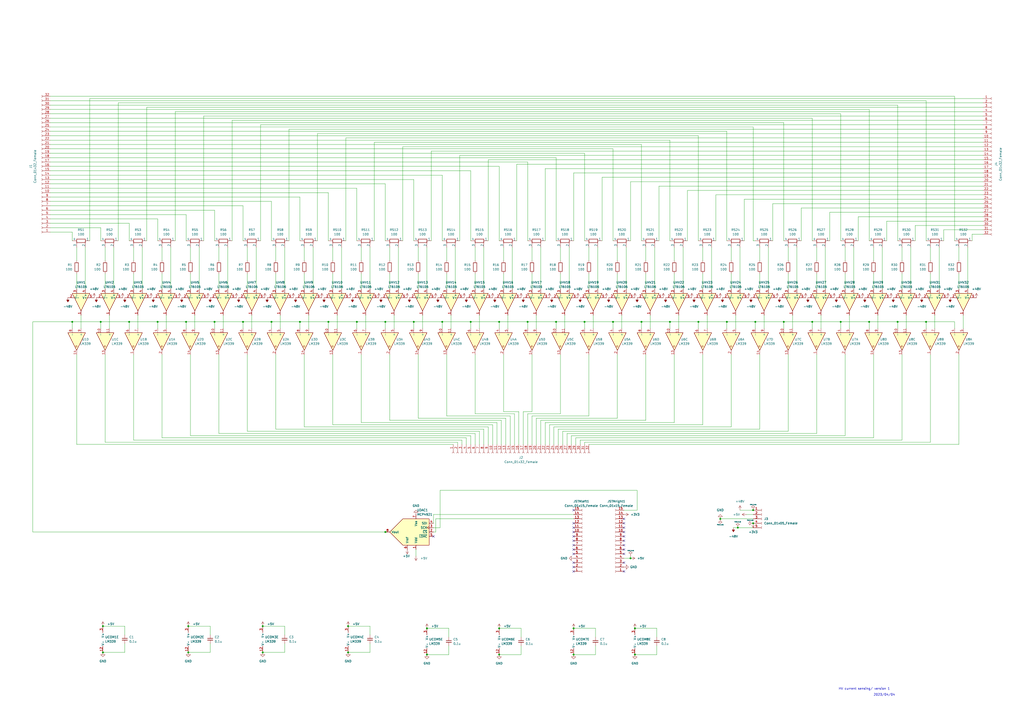
<source format=kicad_sch>
(kicad_sch (version 20211123) (generator eeschema)
  (paper "A2")
  (junction (at 207.01 186.69))
  (junction (at 436.88 303.53))
  (junction (at 487.68 186.69))
  (junction (at 332.74 364.49))
  (junction (at 368.3 379.73))
  (junction (at 332.74 379.73))
  (junction (at 365.76 323.85))
  (junction (at 417.83 300.99))
  (junction (at 157.48 186.69))
  (junction (at 201.93 363.22))
  (junction (at 152.4 378.46))
  (junction (at 173.99 186.69))
  (junction (at 190.5 186.69))
  (junction (at 107.95 186.69))
  (junction (at 247.65 379.73))
  (junction (at 520.7 186.69))
  (junction (at 322.58 186.69))
  (junction (at 140.97 186.69))
  (junction (at 339.09 186.69))
  (junction (at 471.17 186.69))
  (junction (at 240.03 186.69))
  (junction (at 58.42 186.69))
  (junction (at 537.21 186.69))
  (junction (at 41.91 186.69))
  (junction (at 427.99 306.07))
  (junction (at 247.65 364.49))
  (junction (at 289.56 379.73))
  (junction (at 91.44 186.69))
  (junction (at 436.88 295.91))
  (junction (at 109.22 363.22))
  (junction (at 273.05 186.69))
  (junction (at 368.3 364.49))
  (junction (at 289.56 186.69))
  (junction (at 152.4 363.22))
  (junction (at 504.19 186.69))
  (junction (at 223.52 308.61))
  (junction (at 59.69 378.46))
  (junction (at 388.62 186.69))
  (junction (at 74.93 186.69))
  (junction (at 454.66 186.69))
  (junction (at 201.93 378.46))
  (junction (at 421.64 186.69))
  (junction (at 59.69 363.22))
  (junction (at 438.15 186.69))
  (junction (at 355.6 186.69))
  (junction (at 405.13 186.69))
  (junction (at 124.46 186.69))
  (junction (at 372.11 186.69))
  (junction (at 109.22 378.46))
  (junction (at 223.52 186.69))
  (junction (at 306.07 186.69))
  (junction (at 289.56 364.49))
  (junction (at 256.54 186.69))
  (no_connect (at 332.74 295.91))
  (no_connect (at 251.46 311.15))
  (no_connect (at 361.95 326.39))
  (no_connect (at 361.95 321.31))
  (no_connect (at 361.95 331.47))
  (no_connect (at 332.74 331.47))
  (no_connect (at 332.74 326.39))
  (no_connect (at 361.95 303.53))
  (no_connect (at 332.74 313.69))
  (no_connect (at 332.74 303.53))
  (no_connect (at 361.95 313.69))
  (no_connect (at 332.74 311.15))
  (no_connect (at 332.74 308.61))
  (no_connect (at 361.95 318.77))
  (no_connect (at 332.74 328.93))
  (no_connect (at 361.95 316.23))
  (no_connect (at 361.95 306.07))
  (no_connect (at 332.74 306.07))
  (no_connect (at 361.95 311.15))
  (no_connect (at 332.74 321.31))
  (no_connect (at 332.74 318.77))
  (no_connect (at 361.95 300.99))
  (no_connect (at 361.95 308.61))
  (no_connect (at 332.74 316.23))
  (wire (pts (xy 426.72 182.88) (xy 426.72 190.5)))
  (wire (pts (xy 407.67 143.51) (xy 407.67 151.13)))
  (wire (pts (xy 316.23 97.79) (xy 570.23 97.79)))
  (wire (pts (xy 252.73 308.61) (xy 252.73 300.99)))
  (wire (pts (xy 255.27 306.07) (xy 255.27 284.48)))
  (wire (pts (xy 313.69 143.51) (xy 313.69 167.64)))
  (wire (pts (xy 372.11 83.82) (xy 372.11 139.7)))
  (wire (pts (xy 530.86 130.81) (xy 530.86 139.7)))
  (wire (pts (xy 334.01 254) (xy 334.01 257.81)))
  (wire (pts (xy 457.2 205.74) (xy 457.2 250.19)))
  (wire (pts (xy 487.68 186.69) (xy 471.17 186.69)))
  (wire (pts (xy 29.21 114.3) (xy 173.99 114.3)))
  (wire (pts (xy 381 374.65) (xy 381 379.73)))
  (wire (pts (xy 157.48 186.69) (xy 140.97 186.69)))
  (wire (pts (xy 514.35 128.27) (xy 514.35 139.7)))
  (wire (pts (xy 490.22 205.74) (xy 490.22 252.73)))
  (wire (pts (xy 558.8 182.88) (xy 558.8 190.5)))
  (wire (pts (xy 405.13 78.74) (xy 405.13 139.7)))
  (wire (pts (xy 209.55 245.11) (xy 288.29 245.11)))
  (wire (pts (xy 393.7 182.88) (xy 393.7 190.5)))
  (wire (pts (xy 80.01 182.88) (xy 80.01 190.5)))
  (wire (pts (xy 440.69 248.92) (xy 323.85 248.92)))
  (wire (pts (xy 346.71 143.51) (xy 346.71 167.64)))
  (wire (pts (xy 289.56 186.69) (xy 273.05 186.69)))
  (wire (pts (xy 160.02 158.75) (xy 160.02 167.64)))
  (wire (pts (xy 260.35 374.65) (xy 260.35 379.73)))
  (wire (pts (xy 462.28 143.51) (xy 462.28 167.64)))
  (wire (pts (xy 44.45 205.74) (xy 44.45 257.81)))
  (wire (pts (xy 46.99 182.88) (xy 46.99 190.5)))
  (wire (pts (xy 438.15 186.69) (xy 421.64 186.69)))
  (wire (pts (xy 570.23 130.81) (xy 530.86 130.81)))
  (wire (pts (xy 275.59 158.75) (xy 275.59 167.64)))
  (wire (pts (xy 298.45 240.03) (xy 298.45 257.81)))
  (wire (pts (xy 457.2 158.75) (xy 457.2 167.64)))
  (wire (pts (xy 487.68 66.04) (xy 29.21 66.04)))
  (wire (pts (xy 407.67 246.38) (xy 318.77 246.38)))
  (wire (pts (xy 160.02 205.74) (xy 160.02 248.92)))
  (wire (pts (xy 421.64 76.2) (xy 29.21 76.2)))
  (wire (pts (xy 308.61 238.76) (xy 303.53 238.76)))
  (wire (pts (xy 41.91 186.69) (xy 58.42 186.69)))
  (wire (pts (xy 214.63 378.46) (xy 201.93 378.46)))
  (wire (pts (xy 240.03 104.14) (xy 240.03 139.7)))
  (wire (pts (xy 292.1 238.76) (xy 300.99 238.76)))
  (wire (pts (xy 19.05 308.61) (xy 223.52 308.61)))
  (wire (pts (xy 365.76 322.58) (xy 365.76 323.85)))
  (wire (pts (xy 302.26 369.57) (xy 302.26 364.49)))
  (wire (pts (xy 497.84 125.73) (xy 497.84 139.7)))
  (wire (pts (xy 539.75 158.75) (xy 539.75 167.64)))
  (wire (pts (xy 107.95 186.69) (xy 91.44 186.69)))
  (wire (pts (xy 217.17 139.7) (xy 217.17 82.55)))
  (wire (pts (xy 173.99 190.5) (xy 173.99 186.69)))
  (wire (pts (xy 101.6 64.77) (xy 570.23 64.77)))
  (wire (pts (xy 345.44 369.57) (xy 345.44 364.49)))
  (wire (pts (xy 66.04 143.51) (xy 66.04 167.64)))
  (wire (pts (xy 193.04 246.38) (xy 285.75 246.38)))
  (wire (pts (xy 424.18 143.51) (xy 424.18 151.13)))
  (wire (pts (xy 283.21 139.7) (xy 283.21 92.71)))
  (wire (pts (xy 511.81 143.51) (xy 511.81 167.64)))
  (wire (pts (xy 184.15 139.7) (xy 184.15 77.47)))
  (wire (pts (xy 273.05 252.73) (xy 273.05 257.81)))
  (wire (pts (xy 29.21 127) (xy 91.44 127)))
  (wire (pts (xy 570.23 135.89) (xy 563.88 135.89)))
  (wire (pts (xy 140.97 119.38) (xy 140.97 139.7)))
  (wire (pts (xy 151.13 139.7) (xy 151.13 72.39)))
  (wire (pts (xy 151.13 72.39) (xy 570.23 72.39)))
  (wire (pts (xy 127 251.46) (xy 275.59 251.46)))
  (wire (pts (xy 381 369.57) (xy 381 364.49)))
  (wire (pts (xy 407.67 205.74) (xy 407.67 246.38)))
  (wire (pts (xy 506.73 205.74) (xy 506.73 254)))
  (wire (pts (xy 173.99 186.69) (xy 157.48 186.69)))
  (wire (pts (xy 490.22 143.51) (xy 490.22 151.13)))
  (wire (pts (xy 388.62 186.69) (xy 372.11 186.69)))
  (wire (pts (xy 407.67 158.75) (xy 407.67 167.64)))
  (wire (pts (xy 214.63 373.38) (xy 214.63 378.46)))
  (wire (pts (xy 490.22 252.73) (xy 331.47 252.73)))
  (wire (pts (xy 233.68 85.09) (xy 233.68 139.7)))
  (wire (pts (xy 124.46 190.5) (xy 124.46 186.69)))
  (wire (pts (xy 556.26 143.51) (xy 556.26 151.13)))
  (wire (pts (xy 355.6 86.36) (xy 355.6 139.7)))
  (wire (pts (xy 299.72 95.25) (xy 299.72 139.7)))
  (wire (pts (xy 316.23 139.7) (xy 316.23 97.79)))
  (wire (pts (xy 251.46 306.07) (xy 255.27 306.07)))
  (wire (pts (xy 41.91 134.62) (xy 41.91 139.7)))
  (wire (pts (xy 308.61 143.51) (xy 308.61 151.13)))
  (wire (pts (xy 306.07 240.03) (xy 306.07 257.81)))
  (wire (pts (xy 412.75 143.51) (xy 412.75 167.64)))
  (wire (pts (xy 283.21 92.71) (xy 570.23 92.71)))
  (wire (pts (xy 570.23 107.95) (xy 382.27 107.95)))
  (wire (pts (xy 280.67 143.51) (xy 280.67 167.64)))
  (wire (pts (xy 556.26 158.75) (xy 556.26 167.64)))
  (wire (pts (xy 231.14 143.51) (xy 231.14 167.64)))
  (wire (pts (xy 473.71 205.74) (xy 473.71 251.46)))
  (wire (pts (xy 121.92 378.46) (xy 109.22 378.46)))
  (wire (pts (xy 355.6 186.69) (xy 339.09 186.69)))
  (wire (pts (xy 273.05 190.5) (xy 273.05 186.69)))
  (wire (pts (xy 179.07 182.88) (xy 179.07 190.5)))
  (wire (pts (xy 93.98 254) (xy 270.51 254)))
  (wire (pts (xy 327.66 182.88) (xy 327.66 190.5)))
  (wire (pts (xy 369.57 295.91) (xy 361.95 295.91)))
  (wire (pts (xy 29.21 96.52) (xy 289.56 96.52)))
  (wire (pts (xy 101.6 139.7) (xy 101.6 64.77)))
  (wire (pts (xy 256.54 186.69) (xy 240.03 186.69)))
  (wire (pts (xy 457.2 250.19) (xy 326.39 250.19)))
  (wire (pts (xy 443.23 182.88) (xy 443.23 190.5)))
  (wire (pts (xy 132.08 143.51) (xy 132.08 167.64)))
  (wire (pts (xy 506.73 254) (xy 334.01 254)))
  (wire (pts (xy 563.88 135.89) (xy 563.88 139.7)))
  (wire (pts (xy 570.23 128.27) (xy 514.35 128.27)))
  (wire (pts (xy 504.19 190.5) (xy 504.19 186.69)))
  (wire (pts (xy 358.14 158.75) (xy 358.14 167.64)))
  (wire (pts (xy 523.24 158.75) (xy 523.24 167.64)))
  (wire (pts (xy 259.08 241.3) (xy 295.91 241.3)))
  (wire (pts (xy 424.18 247.65) (xy 321.31 247.65)))
  (wire (pts (xy 29.21 101.6) (xy 256.54 101.6)))
  (wire (pts (xy 160.02 143.51) (xy 160.02 151.13)))
  (wire (pts (xy 115.57 143.51) (xy 115.57 167.64)))
  (wire (pts (xy 275.59 205.74) (xy 275.59 240.03)))
  (wire (pts (xy 570.23 115.57) (xy 431.8 115.57)))
  (wire (pts (xy 250.19 139.7) (xy 250.19 87.63)))
  (wire (pts (xy 471.17 186.69) (xy 454.66 186.69)))
  (wire (pts (xy 121.92 373.38) (xy 121.92 378.46)))
  (wire (pts (xy 570.23 90.17) (xy 266.7 90.17)))
  (wire (pts (xy 570.23 110.49) (xy 398.78 110.49)))
  (wire (pts (xy 326.39 250.19) (xy 326.39 257.81)))
  (wire (pts (xy 193.04 143.51) (xy 193.04 151.13)))
  (wire (pts (xy 556.26 205.74) (xy 556.26 257.81)))
  (wire (pts (xy 264.16 143.51) (xy 264.16 167.64)))
  (wire (pts (xy 173.99 114.3) (xy 173.99 139.7)))
  (wire (pts (xy 561.34 143.51) (xy 561.34 167.64)))
  (wire (pts (xy 121.92 363.22) (xy 109.22 363.22)))
  (wire (pts (xy 288.29 245.11) (xy 288.29 257.81)))
  (wire (pts (xy 537.21 139.7) (xy 537.21 58.42)))
  (wire (pts (xy 322.58 186.69) (xy 306.07 186.69)))
  (wire (pts (xy 332.74 139.7) (xy 332.74 100.33)))
  (wire (pts (xy 436.88 73.66) (xy 436.88 139.7)))
  (wire (pts (xy 341.63 241.3) (xy 308.61 241.3)))
  (wire (pts (xy 49.53 143.51) (xy 49.53 167.64)))
  (wire (pts (xy 29.21 86.36) (xy 355.6 86.36)))
  (wire (pts (xy 165.1 368.3) (xy 165.1 363.22)))
  (wire (pts (xy 44.45 257.81) (xy 262.89 257.81)))
  (wire (pts (xy 292.1 143.51) (xy 292.1 151.13)))
  (wire (pts (xy 445.77 143.51) (xy 445.77 167.64)))
  (wire (pts (xy 214.63 363.22) (xy 201.93 363.22)))
  (wire (pts (xy 528.32 143.51) (xy 528.32 167.64)))
  (wire (pts (xy 388.62 81.28) (xy 388.62 139.7)))
  (wire (pts (xy 82.55 143.51) (xy 82.55 167.64)))
  (wire (pts (xy 537.21 58.42) (xy 29.21 58.42)))
  (wire (pts (xy 355.6 190.5) (xy 355.6 186.69)))
  (wire (pts (xy 570.23 95.25) (xy 299.72 95.25)))
  (wire (pts (xy 308.61 205.74) (xy 308.61 238.76)))
  (wire (pts (xy 176.53 158.75) (xy 176.53 167.64)))
  (wire (pts (xy 270.51 254) (xy 270.51 257.81)))
  (wire (pts (xy 436.88 139.7) (xy 438.15 139.7)))
  (wire (pts (xy 242.57 158.75) (xy 242.57 167.64)))
  (wire (pts (xy 60.96 256.54) (xy 265.43 256.54)))
  (wire (pts (xy 107.95 190.5) (xy 107.95 186.69)))
  (wire (pts (xy 294.64 182.88) (xy 294.64 190.5)))
  (wire (pts (xy 344.17 182.88) (xy 344.17 190.5)))
  (wire (pts (xy 283.21 247.65) (xy 283.21 257.81)))
  (wire (pts (xy 553.72 55.88) (xy 553.72 139.7)))
  (wire (pts (xy 259.08 143.51) (xy 259.08 151.13)))
  (wire (pts (xy 388.62 190.5) (xy 388.62 186.69)))
  (wire (pts (xy 19.05 186.69) (xy 19.05 308.61)))
  (wire (pts (xy 223.52 190.5) (xy 223.52 186.69)))
  (wire (pts (xy 381 379.73) (xy 368.3 379.73)))
  (wire (pts (xy 260.35 379.73) (xy 247.65 379.73)))
  (wire (pts (xy 107.95 124.46) (xy 107.95 139.7)))
  (wire (pts (xy 417.83 300.99) (xy 436.88 300.99)))
  (wire (pts (xy 322.58 91.44) (xy 322.58 139.7)))
  (wire (pts (xy 60.96 143.51) (xy 60.96 151.13)))
  (wire (pts (xy 207.01 109.22) (xy 207.01 139.7)))
  (wire (pts (xy 140.97 186.69) (xy 124.46 186.69)))
  (wire (pts (xy 303.53 238.76) (xy 303.53 257.81)))
  (wire (pts (xy 143.51 143.51) (xy 143.51 151.13)))
  (wire (pts (xy 275.59 251.46) (xy 275.59 257.81)))
  (wire (pts (xy 256.54 101.6) (xy 256.54 139.7)))
  (wire (pts (xy 207.01 186.69) (xy 190.5 186.69)))
  (wire (pts (xy 570.23 74.93) (xy 167.64 74.93)))
  (wire (pts (xy 68.58 59.69) (xy 570.23 59.69)))
  (wire (pts (xy 504.19 63.5) (xy 29.21 63.5)))
  (wire (pts (xy 520.7 139.7) (xy 520.7 60.96)))
  (wire (pts (xy 302.26 374.65) (xy 302.26 379.73)))
  (wire (pts (xy 226.06 143.51) (xy 226.06 151.13)))
  (wire (pts (xy 250.19 87.63) (xy 570.23 87.63)))
  (wire (pts (xy 148.59 143.51) (xy 148.59 167.64)))
  (wire (pts (xy 77.47 143.51) (xy 77.47 151.13)))
  (wire (pts (xy 242.57 242.57) (xy 293.37 242.57)))
  (wire (pts (xy 520.7 186.69) (xy 504.19 186.69)))
  (wire (pts (xy 292.1 158.75) (xy 292.1 167.64)))
  (wire (pts (xy 570.23 67.31) (xy 118.11 67.31)))
  (wire (pts (xy 339.09 186.69) (xy 322.58 186.69)))
  (wire (pts (xy 140.97 190.5) (xy 140.97 186.69)))
  (wire (pts (xy 325.12 240.03) (xy 306.07 240.03)))
  (wire (pts (xy 391.16 205.74) (xy 391.16 245.11)))
  (wire (pts (xy 223.52 106.68) (xy 223.52 139.7)))
  (wire (pts (xy 464.82 120.65) (xy 464.82 139.7)))
  (wire (pts (xy 74.93 129.54) (xy 74.93 139.7)))
  (wire (pts (xy 110.49 205.74) (xy 110.49 252.73)))
  (wire (pts (xy 332.74 100.33) (xy 570.23 100.33)))
  (wire (pts (xy 207.01 190.5) (xy 207.01 186.69)))
  (wire (pts (xy 520.7 60.96) (xy 29.21 60.96)))
  (wire (pts (xy 72.39 373.38) (xy 72.39 378.46)))
  (wire (pts (xy 85.09 62.23) (xy 85.09 139.7)))
  (wire (pts (xy 454.66 139.7) (xy 454.66 71.12)))
  (wire (pts (xy 379.73 143.51) (xy 379.73 167.64)))
  (wire (pts (xy 110.49 158.75) (xy 110.49 167.64)))
  (wire (pts (xy 421.64 190.5) (xy 421.64 186.69)))
  (wire (pts (xy 29.21 91.44) (xy 322.58 91.44)))
  (wire (pts (xy 481.33 123.19) (xy 481.33 139.7)))
  (wire (pts (xy 72.39 378.46) (xy 59.69 378.46)))
  (wire (pts (xy 440.69 205.74) (xy 440.69 248.92)))
  (wire (pts (xy 267.97 255.27) (xy 267.97 257.81)))
  (wire (pts (xy 570.23 57.15) (xy 52.07 57.15)))
  (wire (pts (xy 539.75 205.74) (xy 539.75 256.54)))
  (wire (pts (xy 358.14 143.51) (xy 358.14 151.13)))
  (wire (pts (xy 433.07 298.45) (xy 436.88 298.45)))
  (wire (pts (xy 146.05 182.88) (xy 146.05 190.5)))
  (wire (pts (xy 537.21 190.5) (xy 537.21 186.69)))
  (wire (pts (xy 176.53 247.65) (xy 283.21 247.65)))
  (wire (pts (xy 29.21 83.82) (xy 372.11 83.82)))
  (wire (pts (xy 476.25 182.88) (xy 476.25 190.5)))
  (wire (pts (xy 570.23 133.35) (xy 547.37 133.35)))
  (wire (pts (xy 341.63 143.51) (xy 341.63 151.13)))
  (wire (pts (xy 405.13 186.69) (xy 388.62 186.69)))
  (wire (pts (xy 322.58 190.5) (xy 322.58 186.69)))
  (wire (pts (xy 396.24 143.51) (xy 396.24 167.64)))
  (wire (pts (xy 77.47 205.74) (xy 77.47 255.27)))
  (wire (pts (xy 99.06 143.51) (xy 99.06 167.64)))
  (wire (pts (xy 297.18 143.51) (xy 297.18 167.64)))
  (wire (pts (xy 427.99 306.07) (xy 436.88 306.07)))
  (wire (pts (xy 349.25 139.7) (xy 349.25 102.87)))
  (wire (pts (xy 226.06 243.84) (xy 290.83 243.84)))
  (wire (pts (xy 68.58 139.7) (xy 68.58 59.69)))
  (wire (pts (xy 339.09 88.9) (xy 339.09 139.7)))
  (wire (pts (xy 289.56 96.52) (xy 289.56 139.7)))
  (wire (pts (xy 44.45 158.75) (xy 44.45 167.64)))
  (wire (pts (xy 302.26 364.49) (xy 289.56 364.49)))
  (wire (pts (xy 157.48 190.5) (xy 157.48 186.69)))
  (wire (pts (xy 113.03 182.88) (xy 113.03 190.5)))
  (wire (pts (xy 212.09 182.88) (xy 212.09 190.5)))
  (wire (pts (xy 293.37 242.57) (xy 293.37 257.81)))
  (wire (pts (xy 405.13 190.5) (xy 405.13 186.69)))
  (wire (pts (xy 29.21 116.84) (xy 157.48 116.84)))
  (wire (pts (xy 339.09 190.5) (xy 339.09 186.69)))
  (wire (pts (xy 273.05 186.69) (xy 256.54 186.69)))
  (wire (pts (xy 252.73 300.99) (xy 332.74 300.99)))
  (wire (pts (xy 77.47 158.75) (xy 77.47 167.64)))
  (wire (pts (xy 457.2 143.51) (xy 457.2 151.13)))
  (wire (pts (xy 553.72 186.69) (xy 537.21 186.69)))
  (wire (pts (xy 181.61 143.51) (xy 181.61 167.64)))
  (wire (pts (xy 260.35 364.49) (xy 247.65 364.49)))
  (wire (pts (xy 544.83 143.51) (xy 544.83 167.64)))
  (wire (pts (xy 547.37 133.35) (xy 547.37 139.7)))
  (wire (pts (xy 471.17 68.58) (xy 29.21 68.58)))
  (wire (pts (xy 29.21 93.98) (xy 306.07 93.98)))
  (wire (pts (xy 74.93 186.69) (xy 91.44 186.69)))
  (wire (pts (xy 160.02 248.92) (xy 280.67 248.92)))
  (wire (pts (xy 29.21 55.88) (xy 553.72 55.88)))
  (wire (pts (xy 143.51 250.19) (xy 278.13 250.19)))
  (wire (pts (xy 290.83 243.84) (xy 290.83 257.81)))
  (wire (pts (xy 256.54 190.5) (xy 256.54 186.69)))
  (wire (pts (xy 504.19 186.69) (xy 487.68 186.69)))
  (wire (pts (xy 29.21 121.92) (xy 124.46 121.92)))
  (wire (pts (xy 495.3 143.51) (xy 495.3 167.64)))
  (wire (pts (xy 302.26 379.73) (xy 289.56 379.73)))
  (wire (pts (xy 273.05 99.06) (xy 273.05 139.7)))
  (wire (pts (xy 63.5 182.88) (xy 63.5 190.5)))
  (wire (pts (xy 275.59 240.03) (xy 298.45 240.03)))
  (wire (pts (xy 336.55 255.27) (xy 336.55 257.81)))
  (wire (pts (xy 365.76 105.41) (xy 365.76 139.7)))
  (wire (pts (xy 570.23 118.11) (xy 448.31 118.11)))
  (wire (pts (xy 369.57 284.48) (xy 369.57 295.91)))
  (wire (pts (xy 410.21 182.88) (xy 410.21 190.5)))
  (wire (pts (xy 198.12 143.51) (xy 198.12 167.64)))
  (wire (pts (xy 292.1 205.74) (xy 292.1 238.76)))
  (wire (pts (xy 425.45 306.07) (xy 427.99 306.07)))
  (wire (pts (xy 429.26 143.51) (xy 429.26 167.64)))
  (wire (pts (xy 331.47 252.73) (xy 331.47 257.81)))
  (wire (pts (xy 165.1 363.22) (xy 152.4 363.22)))
  (wire (pts (xy 91.44 190.5) (xy 91.44 186.69)))
  (wire (pts (xy 459.74 182.88) (xy 459.74 190.5)))
  (wire (pts (xy 318.77 246.38) (xy 318.77 257.81)))
  (wire (pts (xy 29.21 73.66) (xy 436.88 73.66)))
  (wire (pts (xy 193.04 158.75) (xy 193.04 167.64)))
  (wire (pts (xy 278.13 182.88) (xy 278.13 190.5)))
  (wire (pts (xy 157.48 116.84) (xy 157.48 139.7)))
  (wire (pts (xy 570.23 62.23) (xy 85.09 62.23)))
  (wire (pts (xy 345.44 364.49) (xy 332.74 364.49)))
  (wire (pts (xy 223.52 308.61) (xy 224.79 308.61)))
  (wire (pts (xy 358.14 205.74) (xy 358.14 242.57)))
  (wire (pts (xy 242.57 143.51) (xy 242.57 151.13)))
  (wire (pts (xy 372.11 186.69) (xy 355.6 186.69)))
  (wire (pts (xy 391.16 245.11) (xy 316.23 245.11)))
  (wire (pts (xy 72.39 363.22) (xy 59.69 363.22)))
  (wire (pts (xy 259.08 158.75) (xy 259.08 167.64)))
  (wire (pts (xy 372.11 190.5) (xy 372.11 186.69)))
  (wire (pts (xy 266.7 90.17) (xy 266.7 139.7)))
  (wire (pts (xy 29.21 132.08) (xy 58.42 132.08)))
  (wire (pts (xy 339.09 256.54) (xy 339.09 257.81)))
  (wire (pts (xy 438.15 190.5) (xy 438.15 186.69)))
  (wire (pts (xy 325.12 158.75) (xy 325.12 167.64)))
  (wire (pts (xy 195.58 182.88) (xy 195.58 190.5)))
  (wire (pts (xy 570.23 113.03) (xy 415.29 113.03)))
  (wire (pts (xy 440.69 143.51) (xy 440.69 151.13)))
  (wire (pts (xy 523.24 143.51) (xy 523.24 151.13)))
  (wire (pts (xy 143.51 158.75) (xy 143.51 167.64)))
  (wire (pts (xy 176.53 205.74) (xy 176.53 247.65)))
  (wire (pts (xy 523.24 205.74) (xy 523.24 255.27)))
  (wire (pts (xy 570.23 105.41) (xy 365.76 105.41)))
  (wire (pts (xy 349.25 102.87) (xy 570.23 102.87)))
  (wire (pts (xy 570.23 123.19) (xy 481.33 123.19)))
  (wire (pts (xy 60.96 205.74) (xy 60.96 256.54)))
  (wire (pts (xy 391.16 158.75) (xy 391.16 167.64)))
  (wire (pts (xy 365.76 323.85) (xy 361.95 323.85)))
  (wire (pts (xy 311.15 182.88) (xy 311.15 190.5)))
  (wire (pts (xy 570.23 120.65) (xy 464.82 120.65)))
  (wire (pts (xy 471.17 190.5) (xy 471.17 186.69)))
  (wire (pts (xy 285.75 246.38) (xy 285.75 257.81)))
  (wire (pts (xy 19.05 186.69) (xy 41.91 186.69)))
  (wire (pts (xy 265.43 256.54) (xy 265.43 257.81)))
  (wire (pts (xy 473.71 158.75) (xy 473.71 167.64)))
  (wire (pts (xy 96.52 182.88) (xy 96.52 190.5)))
  (wire (pts (xy 424.18 158.75) (xy 424.18 167.64)))
  (wire (pts (xy 259.08 205.74) (xy 259.08 241.3)))
  (wire (pts (xy 251.46 308.61) (xy 252.73 308.61)))
  (wire (pts (xy 134.62 69.85) (xy 134.62 139.7)))
  (wire (pts (xy 308.61 241.3) (xy 308.61 257.81)))
  (wire (pts (xy 570.23 80.01) (xy 200.66 80.01)))
  (wire (pts (xy 381 364.49) (xy 368.3 364.49)))
  (wire (pts (xy 398.78 110.49) (xy 398.78 139.7)))
  (wire (pts (xy 127 143.51) (xy 127 151.13)))
  (wire (pts (xy 58.42 132.08) (xy 58.42 139.7)))
  (wire (pts (xy 570.23 69.85) (xy 134.62 69.85)))
  (wire (pts (xy 341.63 158.75) (xy 341.63 167.64)))
  (wire (pts (xy 539.75 256.54) (xy 339.09 256.54)))
  (wire (pts (xy 321.31 247.65) (xy 321.31 257.81)))
  (wire (pts (xy 162.56 182.88) (xy 162.56 190.5)))
  (wire (pts (xy 143.51 205.74) (xy 143.51 250.19)))
  (wire (pts (xy 190.5 186.69) (xy 173.99 186.69)))
  (wire (pts (xy 165.1 378.46) (xy 152.4 378.46)))
  (wire (pts (xy 44.45 143.51) (xy 44.45 151.13)))
  (wire (pts (xy 58.42 190.5) (xy 58.42 186.69)))
  (wire (pts (xy 72.39 368.3) (xy 72.39 363.22)))
  (wire (pts (xy 471.17 139.7) (xy 471.17 68.58)))
  (wire (pts (xy 448.31 118.11) (xy 448.31 139.7)))
  (wire (pts (xy 251.46 303.53) (xy 251.46 298.45)))
  (wire (pts (xy 228.6 182.88) (xy 228.6 190.5)))
  (wire (pts (xy 313.69 243.84) (xy 313.69 257.81)))
  (wire (pts (xy 523.24 255.27) (xy 336.55 255.27)))
  (wire (pts (xy 325.12 205.74) (xy 325.12 240.03)))
  (wire (pts (xy 454.66 71.12) (xy 29.21 71.12)))
  (wire (pts (xy 74.93 190.5) (xy 74.93 186.69)))
  (wire (pts (xy 377.19 182.88) (xy 377.19 190.5)))
  (wire (pts (xy 29.21 99.06) (xy 273.05 99.06)))
  (wire (pts (xy 110.49 252.73) (xy 273.05 252.73)))
  (wire (pts (xy 537.21 186.69) (xy 520.7 186.69)))
  (wire (pts (xy 209.55 143.51) (xy 209.55 151.13)))
  (wire (pts (xy 209.55 205.74) (xy 209.55 245.11)))
  (wire (pts (xy 29.21 109.22) (xy 207.01 109.22)))
  (wire (pts (xy 41.91 186.69) (xy 41.91 190.5)))
  (wire (pts (xy 289.56 190.5) (xy 289.56 186.69)))
  (wire (pts (xy 77.47 255.27) (xy 267.97 255.27)))
  (wire (pts (xy 129.54 182.88) (xy 129.54 190.5)))
  (wire (pts (xy 29.21 124.46) (xy 107.95 124.46)))
  (wire (pts (xy 382.27 107.95) (xy 382.27 139.7)))
  (wire (pts (xy 29.21 88.9) (xy 339.09 88.9)))
  (wire (pts (xy 316.23 245.11) (xy 316.23 257.81)))
  (wire (pts (xy 509.27 182.88) (xy 509.27 190.5)))
  (wire (pts (xy 124.46 121.92) (xy 124.46 139.7)))
  (wire (pts (xy 226.06 158.75) (xy 226.06 167.64)))
  (wire (pts (xy 330.2 143.51) (xy 330.2 167.64)))
  (wire (pts (xy 261.62 182.88) (xy 261.62 190.5)))
  (wire (pts (xy 167.64 74.93) (xy 167.64 139.7)))
  (wire (pts (xy 429.26 295.91) (xy 436.88 295.91)))
  (wire (pts (xy 242.57 205.74) (xy 242.57 242.57)))
  (wire (pts (xy 374.65 143.51) (xy 374.65 151.13)))
  (wire (pts (xy 214.63 368.3) (xy 214.63 363.22)))
  (wire (pts (xy 278.13 250.19) (xy 278.13 257.81)))
  (wire (pts (xy 478.79 143.51) (xy 478.79 167.64)))
  (wire (pts (xy 542.29 182.88) (xy 542.29 190.5)))
  (wire (pts (xy 490.22 158.75) (xy 490.22 167.64)))
  (wire (pts (xy 240.03 186.69) (xy 223.52 186.69)))
  (wire (pts (xy 415.29 113.03) (xy 415.29 139.7)))
  (wire (pts (xy 374.65 205.74) (xy 374.65 243.84)))
  (wire (pts (xy 29.21 78.74) (xy 405.13 78.74)))
  (wire (pts (xy 200.66 80.01) (xy 200.66 139.7)))
  (wire (pts (xy 374.65 243.84) (xy 313.69 243.84)))
  (wire (pts (xy 165.1 143.51) (xy 165.1 167.64)))
  (wire (pts (xy 209.55 158.75) (xy 209.55 167.64)))
  (wire (pts (xy 570.23 85.09) (xy 233.68 85.09)))
  (wire (pts (xy 127 205.74) (xy 127 251.46)))
  (wire (pts (xy 374.65 158.75) (xy 374.65 167.64)))
  (wire (pts (xy 176.53 143.51) (xy 176.53 151.13)))
  (wire (pts (xy 431.8 115.57) (xy 431.8 139.7)))
  (wire (pts (xy 226.06 205.74) (xy 226.06 243.84)))
  (wire (pts (xy 29.21 129.54) (xy 74.93 129.54)))
  (wire (pts (xy 280.67 248.92) (xy 280.67 257.81)))
  (wire (pts (xy 118.11 67.31) (xy 118.11 139.7)))
  (wire (pts (xy 93.98 158.75) (xy 93.98 167.64)))
  (wire (pts (xy 165.1 373.38) (xy 165.1 378.46)))
  (wire (pts (xy 217.17 82.55) (xy 570.23 82.55)))
  (wire (pts (xy 473.71 251.46) (xy 328.93 251.46)))
  (wire (pts (xy 29.21 104.14) (xy 240.03 104.14)))
  (wire (pts (xy 345.44 374.65) (xy 345.44 379.73)))
  (wire (pts (xy 421.64 186.69) (xy 405.13 186.69)))
  (wire (pts (xy 127 158.75) (xy 127 167.64)))
  (wire (pts (xy 539.75 143.51) (xy 539.75 151.13)))
  (wire (pts (xy 506.73 143.51) (xy 506.73 151.13)))
  (wire (pts (xy 29.21 106.68) (xy 223.52 106.68)))
  (wire (pts (xy 29.21 134.62) (xy 41.91 134.62)))
  (wire (pts (xy 525.78 182.88) (xy 525.78 190.5)))
  (wire (pts (xy 60.96 158.75) (xy 60.96 167.64)))
  (wire (pts (xy 184.15 77.47) (xy 570.23 77.47)))
  (wire (pts (xy 190.5 190.5) (xy 190.5 186.69)))
  (wire (pts (xy 245.11 182.88) (xy 245.11 190.5)))
  (wire (pts (xy 440.69 158.75) (xy 440.69 167.64)))
  (wire (pts (xy 193.04 205.74) (xy 193.04 246.38)))
  (wire (pts (xy 241.3 322.58) (xy 241.3 318.77)))
  (wire (pts (xy 29.21 119.38) (xy 140.97 119.38)))
  (wire (pts (xy 190.5 111.76) (xy 190.5 139.7)))
  (wire (pts (xy 275.59 143.51) (xy 275.59 151.13)))
  (wire (pts (xy 424.18 205.74) (xy 424.18 247.65)))
  (wire (pts (xy 58.42 186.69) (xy 74.93 186.69)))
  (wire (pts (xy 247.65 143.51) (xy 247.65 167.64)))
  (wire (pts (xy 341.63 205.74) (xy 341.63 241.3)))
  (wire (pts (xy 487.68 190.5) (xy 487.68 186.69)))
  (wire (pts (xy 240.03 190.5) (xy 240.03 186.69)))
  (wire (pts (xy 306.07 93.98) (xy 306.07 139.7)))
  (wire (pts (xy 260.35 369.57) (xy 260.35 364.49)))
  (wire (pts (xy 325.12 143.51) (xy 325.12 151.13)))
  (wire (pts (xy 121.92 368.3) (xy 121.92 363.22)))
  (wire (pts (xy 363.22 143.51) (xy 363.22 167.64)))
  (wire (pts (xy 110.49 143.51) (xy 110.49 151.13)))
  (wire (pts (xy 454.66 190.5) (xy 454.66 186.69)))
  (wire (pts (xy 300.99 238.76) (xy 300.99 257.81)))
  (wire (pts (xy 93.98 205.74) (xy 93.98 254)))
  (wire (pts (xy 520.7 190.5) (xy 520.7 186.69)))
  (wire (pts (xy 93.98 143.51) (xy 93.98 151.13)))
  (wire (pts (xy 360.68 182.88) (xy 360.68 190.5)))
  (wire (pts (xy 570.23 125.73) (xy 497.84 125.73)))
  (wire (pts (xy 556.26 257.81) (xy 341.63 257.81)))
  (wire (pts (xy 553.72 190.5) (xy 553.72 186.69)))
  (wire (pts (xy 391.16 143.51) (xy 391.16 151.13)))
  (wire (pts (xy 255.27 284.48) (xy 369.57 284.48)))
  (wire (pts (xy 308.61 158.75) (xy 308.61 167.64)))
  (wire (pts (xy 323.85 248.92) (xy 323.85 257.81)))
  (wire (pts (xy 306.07 190.5) (xy 306.07 186.69)))
  (wire (pts (xy 504.19 139.7) (xy 504.19 63.5)))
  (wire (pts (xy 124.46 186.69) (xy 107.95 186.69)))
  (wire (pts (xy 251.46 298.45) (xy 332.74 298.45)))
  (wire (pts (xy 295.91 241.3) (xy 295.91 257.81)))
  (wire (pts (xy 91.44 127) (xy 91.44 139.7)))
  (wire (pts (xy 454.66 186.69) (xy 438.15 186.69)))
  (wire (pts (xy 492.76 182.88) (xy 492.76 190.5)))
  (wire (pts (xy 506.73 158.75) (xy 506.73 167.64)))
  (wire (pts (xy 306.07 186.69) (xy 289.56 186.69)))
  (wire (pts (xy 487.68 139.7) (xy 487.68 66.04)))
  (wire (pts (xy 29.21 111.76) (xy 190.5 111.76)))
  (wire (pts (xy 345.44 379.73) (xy 332.74 379.73)))
  (wire (pts (xy 473.71 143.51) (xy 473.71 151.13)))
  (wire (pts (xy 421.64 139.7) (xy 421.64 76.2)))
  (wire (pts (xy 328.93 251.46) (xy 328.93 257.81)))
  (wire (pts (xy 223.52 186.69) (xy 207.01 186.69)))
  (wire (pts (xy 52.07 57.15) (xy 52.07 139.7)))
  (wire (pts (xy 29.21 81.28) (xy 388.62 81.28)))
  (wire (pts (xy 358.14 242.57) (xy 311.15 242.57)))
  (wire (pts (xy 214.63 143.51) (xy 214.63 167.64)))
  (wire (pts (xy 311.15 242.57) (xy 311.15 257.81)))
  (text "HV current sensing/ version 1" (at 486.4736 400.3955 0) (effects (font (size 1.27 1.27)) (justify left bottom)))
  (text "2023/04/04" (at 506.73 403.86 0) (effects (font (size 1.27 1.27)) (justify left bottom)))
  (symbol (lib_id "power:GND") (at 368.3 379.73 0) (unit 1)
    (property "Reference" "#PWR0174" (effects hide))
    (property "Value" "GND" (at 368.3 384.81 0))
  )
  (symbol (lib_id "Amplifier_Current:LT6106") (at 311.15 175.26 270) (unit 1)
    (property "Reference" "UHV17" (at 311.15 163.83 90))
    (property "Value" "LT6106" (at 311.15 166.37 90))
    (property "Footprint" "Package_TO_SOT_SMD:SOT-23-5_HandSoldering" (effects hide))
    (property "Datasheet" "https://www.analog.com/media/en/technical-documentation/data-sheets/6106fb.pdf" (effects hide))
  )
  (symbol (lib_id "power:+5V") (at 289.56 364.49 0) (unit 1)
    (property "Reference" "#PWR0155" (effects hide))
    (property "Value" "+5V" (at 292.1 363.2199 0) (effects (justify left)))
  )
  (symbol (lib_id "Device:R_Shunt") (at 46.99 139.7 270) (unit 1)
    (property "Reference" "RS1" (at 46.99 133.35 90))
    (property "Value" "100" (at 46.99 135.89 90))
    (property "Footprint" "Resistor_SMD:R_Shunt_Vishay_WSKW0612" (effects hide))
  )
  (symbol (lib_id "power:+48V") (at 533.4 172.72 0) (unit 1)
    (property "Reference" "#PWR0104" (effects hide))
    (property "Value" "+48V" (at 533.4 167.64 0))
  )
  (symbol (lib_id "Device:C_Small") (at 381 372.11 0) (mirror y) (unit 1)
    (property "Reference" "C8" (at 383.54 370.8462 0) (effects (justify right)))
    (property "Value" "0.1u" (at 383.54 373.3862 0) (effects (justify right)))
    (property "Footprint" "Capacitor_SMD:C_0805_2012Metric_Pad1.18x1.45mm_HandSolder" (effects hide))
  )
  (symbol (lib_id "power:+48V") (at 203.2 172.72 0) (unit 1)
    (property "Reference" "#PWR0145" (effects hide))
    (property "Value" "+48V" (at 203.2 167.64 0))
  )
  (symbol (lib_id "Device:R") (at 556.26 154.94 0) (mirror x) (unit 1)
    (property "Reference" "R32" (at 553.72 153.6699 0) (effects (justify right)))
    (property "Value" "100" (at 553.72 156.2099 0) (effects (justify right)))
    (property "Footprint" "Resistor_SMD:R_0805_2012Metric_Pad1.20x1.40mm_HandSolder" (effects hide))
  )
  (symbol (lib_id "power:+3V3") (at 436.88 303.53 180) (unit 1)
    (property "Reference" "#PWR0173" (effects hide))
    (property "Value" "+3V3" (at 436.88 308.61 0))
  )
  (symbol (lib_id "Device:R") (at 325.12 154.94 0) (mirror x) (unit 1)
    (property "Reference" "R18" (at 322.58 153.6699 0) (effects (justify right)))
    (property "Value" "100" (at 322.58 156.2099 0) (effects (justify right)))
    (property "Footprint" "Resistor_SMD:R_0805_2012Metric_Pad1.20x1.40mm_HandSolder" (effects hide))
  )
  (symbol (lib_id "Connector:Conn_01x32_Female") (at 24.13 96.52 180) (unit 1)
    (property "Reference" "J1" (at 17.78 96.52 90))
    (property "Value" "Conn_01x32_Female" (at 20.32 96.52 90))
    (property "Footprint" "Connector_PinSocket_2.54mm:PinSocket_1x32_P2.54mm_Vertical" (effects hide))
  )
  (symbol (lib_id "power:GND") (at 289.56 379.73 0) (unit 1)
    (property "Reference" "#PWR0154" (effects hide))
    (property "Value" "GND" (at 289.56 384.81 0))
  )
  (symbol (lib_id "Device:R_Shunt") (at 113.03 139.7 270) (unit 1)
    (property "Reference" "RS5" (at 113.03 133.35 90))
    (property "Value" "100" (at 113.03 135.89 90))
    (property "Footprint" "Resistor_SMD:R_Shunt_Vishay_WSKW0612" (effects hide))
  )
  (symbol (lib_id "Comparator:LM339") (at 110.49 198.12 270) (unit 4)
    (property "Reference" "U2" (at 114.3 196.85 90) (effects (justify left)))
    (property "Value" "LM339" (at 113.03 199.39 90) (effects (justify left)))
    (property "Footprint" "Package_SO:TSSOP-14_4.4x5mm_P0.65mm" (effects hide))
    (property "Datasheet" "https://www.st.com/resource/en/datasheet/lm139.pdf" (effects hide))
  )
  (symbol (lib_id "Comparator:LM339") (at 391.16 198.12 270) (unit 3)
    (property "Reference" "U6" (at 394.97 196.85 90) (effects (justify left)))
    (property "Value" "LM339" (at 393.7 199.39 90) (effects (justify left)))
    (property "Footprint" "Package_SO:TSSOP-14_4.4x5mm_P0.65mm" (effects hide))
    (property "Datasheet" "https://www.st.com/resource/en/datasheet/lm139.pdf" (effects hide))
  )
  (symbol (lib_id "Amplifier_Current:LT6106") (at 96.52 175.26 270) (unit 1)
    (property "Reference" "UHV4" (at 96.52 163.83 90))
    (property "Value" "LT6106" (at 96.52 166.37 90))
    (property "Footprint" "Package_TO_SOT_SMD:SOT-23-5" (effects hide))
    (property "Datasheet" "https://www.analog.com/media/en/technical-documentation/data-sheets/6106fb.pdf" (effects hide))
  )
  (symbol (lib_id "Comparator:LM339") (at 226.06 198.12 270) (unit 1)
    (property "Reference" "U3" (at 229.87 196.85 90) (effects (justify left)))
    (property "Value" "LM339" (at 228.6 199.39 90) (effects (justify left)))
    (property "Footprint" "Package_SO:TSSOP-14_4.4x5mm_P0.65mm" (effects hide))
    (property "Datasheet" "https://www.st.com/resource/en/datasheet/lm139.pdf" (effects hide))
  )
  (symbol (lib_id "Amplifier_Current:LT6106") (at 509.27 175.26 270) (unit 1)
    (property "Reference" "UHV29" (at 509.27 163.83 90))
    (property "Value" "LT6106" (at 509.27 166.37 90))
    (property "Footprint" "Package_TO_SOT_SMD:SOT-23-5" (effects hide))
    (property "Datasheet" "https://www.analog.com/media/en/technical-documentation/data-sheets/6106fb.pdf" (effects hide))
  )
  (symbol (lib_id "power:-48V") (at 485.14 172.72 180) (unit 1)
    (property "Reference" "#PWR0113" (effects hide))
    (property "Value" "-48V" (at 485.14 177.8 0))
  )
  (symbol (lib_id "power:PWR_FLAG") (at 417.83 300.99 180) (unit 1)
    (property "Reference" "#FLG0102" (effects hide))
    (property "Value" "PWR_FLAG" (at 417.7946 304.3896 0) (effects (font (size 0.5 0.5))))
  )
  (symbol (lib_id "power:GND") (at 241.3 298.45 180) (unit 1)
    (property "Reference" "#PWR0163" (effects hide))
    (property "Value" "GND" (at 241.3 293.37 0))
  )
  (symbol (lib_id "Device:R") (at 506.73 154.94 0) (mirror x) (unit 1)
    (property "Reference" "R29" (at 504.19 153.6699 0) (effects (justify right)))
    (property "Value" "100" (at 504.19 156.2099 0) (effects (justify right)))
    (property "Footprint" "Resistor_SMD:R_0805_2012Metric_Pad1.20x1.40mm_HandSolder" (effects hide))
  )
  (symbol (lib_id "Device:R_Shunt") (at 459.74 139.7 270) (unit 1)
    (property "Reference" "RS26" (at 459.74 133.35 90))
    (property "Value" "100" (at 459.74 135.89 90))
    (property "Footprint" "Resistor_SMD:R_Shunt_Vishay_WSKW0612" (effects hide))
  )
  (symbol (lib_id "power:PWR_FLAG") (at 427.99 306.07 0) (unit 1)
    (property "Reference" "#FLG0103" (effects hide))
    (property "Value" "PWR_FLAG" (at 427.9511 302.7514 0) (effects (font (size 0.5 0.5))))
  )
  (symbol (lib_id "Amplifier_Current:LT6106") (at 261.62 175.26 270) (unit 1)
    (property "Reference" "UHV14" (at 261.62 163.83 90))
    (property "Value" "LT6106" (at 261.62 166.37 90))
    (property "Footprint" "Package_TO_SOT_SMD:SOT-23-5" (effects hide))
    (property "Datasheet" "https://www.analog.com/media/en/technical-documentation/data-sheets/6106fb.pdf" (effects hide))
  )
  (symbol (lib_id "Device:R_Shunt") (at 443.23 139.7 270) (unit 1)
    (property "Reference" "RS25" (at 443.23 133.35 90))
    (property "Value" "100" (at 443.23 135.89 90))
    (property "Footprint" "Resistor_SMD:R_Shunt_Vishay_WSKW0612" (effects hide))
  )
  (symbol (lib_id "power:+5V") (at 368.3 364.49 0) (unit 1)
    (property "Reference" "#PWR0175" (effects hide))
    (property "Value" "+5V" (at 370.84 363.2199 0) (effects (justify left)))
  )
  (symbol (lib_id "power:+48V") (at 170.18 172.72 0) (unit 1)
    (property "Reference" "#PWR0143" (effects hide))
    (property "Value" "+48V" (at 170.18 167.64 0))
  )
  (symbol (lib_id "power:-48V") (at 154.94 172.72 180) (unit 1)
    (property "Reference" "#PWR0181" (effects hide))
    (property "Value" "-48V" (at 154.94 177.8 0))
  )
  (symbol (lib_id "Amplifier_Current:LT6106") (at 525.78 175.26 270) (unit 1)
    (property "Reference" "UHV30" (at 525.78 163.83 90))
    (property "Value" "LT6106" (at 525.78 166.37 90))
    (property "Footprint" "Package_TO_SOT_SMD:SOT-23-5_HandSoldering" (effects hide))
    (property "Datasheet" "https://www.analog.com/media/en/technical-documentation/data-sheets/6106fb.pdf" (effects hide))
  )
  (symbol (lib_id "power:-48V") (at 534.67 172.72 180) (unit 1)
    (property "Reference" "#PWR0105" (effects hide))
    (property "Value" "-48V" (at 534.67 177.8 0))
  )
  (symbol (lib_id "power:GND") (at 247.65 379.73 0) (unit 1)
    (property "Reference" "#PWR0161" (effects hide))
    (property "Value" "GND" (at 247.65 384.81 0))
  )
  (symbol (lib_id "Analog_DAC:MCP4921") (at 241.3 308.61 180) (unit 1)
    (property "Reference" "UDAC1" (at 241.8206 295.91 0) (effects (justify right)))
    (property "Value" "MCP4921" (at 241.8206 298.45 0) (effects (justify right)))
    (property "Footprint" "Package_SO:MSOP-8_3x3mm_P0.65mm" (effects hide))
    (property "Datasheet" "http://ww1.microchip.com/downloads/en/DeviceDoc/22248a.pdf" (effects hide))
  )
  (symbol (lib_id "Device:R") (at 473.71 154.94 0) (mirror x) (unit 1)
    (property "Reference" "R27" (at 471.17 153.6699 0) (effects (justify right)))
    (property "Value" "100" (at 471.17 156.2099 0) (effects (justify right)))
    (property "Footprint" "Resistor_SMD:R_0805_2012Metric_Pad1.20x1.40mm_HandSolder" (effects hide))
  )
  (symbol (lib_id "Comparator:LM339") (at 127 198.12 270) (unit 3)
    (property "Reference" "U2" (at 130.81 196.85 90) (effects (justify left)))
    (property "Value" "LM339" (at 129.54 199.39 90) (effects (justify left)))
    (property "Footprint" "Package_SO:TSSOP-14_4.4x5mm_P0.65mm" (effects hide))
    (property "Datasheet" "https://www.st.com/resource/en/datasheet/lm139.pdf" (effects hide))
  )
  (symbol (lib_id "Device:C_Small") (at 260.35 372.11 0) (mirror y) (unit 1)
    (property "Reference" "C5" (at 262.89 370.8462 0) (effects (justify right)))
    (property "Value" "0.1u" (at 262.89 373.3862 0) (effects (justify right)))
    (property "Footprint" "Capacitor_SMD:C_0805_2012Metric_Pad1.18x1.45mm_HandSolder" (effects hide))
  )
  (symbol (lib_id "Device:R_Shunt") (at 179.07 139.7 270) (unit 1)
    (property "Reference" "RS9" (at 179.07 133.35 90))
    (property "Value" "100" (at 179.07 135.89 90))
    (property "Footprint" "Resistor_SMD:R_Shunt_Vishay_WSKW0612" (effects hide))
  )
  (symbol (lib_id "Amplifier_Current:LT6106") (at 129.54 175.26 270) (unit 1)
    (property "Reference" "UHV6" (at 129.54 163.83 90))
    (property "Value" "LT6106" (at 129.54 166.37 90))
    (property "Footprint" "Package_TO_SOT_SMD:SOT-23-5" (effects hide))
    (property "Datasheet" "https://www.analog.com/media/en/technical-documentation/data-sheets/6106fb.pdf" (effects hide))
  )
  (symbol (lib_id "Device:C_Small") (at 345.44 372.11 0) (mirror y) (unit 1)
    (property "Reference" "C7" (at 347.98 370.8462 0) (effects (justify right)))
    (property "Value" "0.1u" (at 347.98 373.3862 0) (effects (justify right)))
    (property "Footprint" "Capacitor_SMD:C_0805_2012Metric_Pad1.18x1.45mm_HandSolder" (effects hide))
  )
  (symbol (lib_id "power:+48V") (at 417.83 172.72 0) (unit 1)
    (property "Reference" "#PWR0119" (effects hide))
    (property "Value" "+48V" (at 417.83 167.64 0))
  )
  (symbol (lib_id "power:-48V") (at 237.49 172.72 180) (unit 1)
    (property "Reference" "#PWR0131" (effects hide))
    (property "Value" "-48V" (at 237.49 177.8 0))
  )
  (symbol (lib_id "Device:C_Small") (at 121.92 370.84 0) (mirror y) (unit 1)
    (property "Reference" "C2" (at 124.46 369.5762 0) (effects (justify right)))
    (property "Value" "0.1u" (at 124.46 372.1162 0) (effects (justify right)))
    (property "Footprint" "Capacitor_SMD:C_0805_2012Metric_Pad1.18x1.45mm_HandSolder" (effects hide))
  )
  (symbol (lib_id "Device:R") (at 407.67 154.94 0) (mirror x) (unit 1)
    (property "Reference" "R23" (at 405.13 153.6699 0) (effects (justify right)))
    (property "Value" "100" (at 405.13 156.2099 0) (effects (justify right)))
    (property "Footprint" "Resistor_SMD:R_0805_2012Metric_Pad1.20x1.40mm_HandSolder" (effects hide))
  )
  (symbol (lib_id "Device:R") (at 308.61 154.94 0) (mirror x) (unit 1)
    (property "Reference" "R17" (at 306.07 153.6699 0) (effects (justify right)))
    (property "Value" "100" (at 306.07 156.2099 0) (effects (justify right)))
    (property "Footprint" "Resistor_SMD:R_0805_2012Metric_Pad1.20x1.40mm_HandSolder" (effects hide))
  )
  (symbol (lib_id "Device:R") (at 226.06 154.94 0) (mirror x) (unit 1)
    (property "Reference" "R12" (at 223.52 153.6699 0) (effects (justify right)))
    (property "Value" "100" (at 223.52 156.2099 0) (effects (justify right)))
    (property "Footprint" "Resistor_SMD:R_0805_2012Metric_Pad1.20x1.40mm_HandSolder" (effects hide))
  )
  (symbol (lib_id "power:-48V") (at 425.45 306.07 180) (unit 1)
    (property "Reference" "#PWR0169" (effects hide))
    (property "Value" "-48V" (at 425.45 311.15 0))
  )
  (symbol (lib_id "Device:R_Shunt") (at 162.56 139.7 270) (unit 1)
    (property "Reference" "RS8" (at 162.56 133.35 90))
    (property "Value" "100" (at 162.56 135.89 90))
    (property "Footprint" "Resistor_SMD:R_Shunt_Vishay_WSKW0612" (effects hide))
  )
  (symbol (lib_id "Device:R") (at 110.49 154.94 0) (mirror x) (unit 1)
    (property "Reference" "R5" (at 107.95 153.6699 0) (effects (justify right)))
    (property "Value" "100" (at 107.95 156.2099 0) (effects (justify right)))
    (property "Footprint" "Resistor_SMD:R_0805_2012Metric_Pad1.20x1.40mm_HandSolder" (effects hide))
  )
  (symbol (lib_id "Comparator:LM339") (at 250.19 372.11 0) (unit 5)
    (property "Reference" "UCOM5" (at 248.92 370.8399 0) (effects (justify left)))
    (property "Value" "LM339" (at 248.92 373.3799 0) (effects (justify left)))
    (property "Footprint" "Package_SO:TSSOP-14_4.4x5mm_P0.65mm" (effects hide))
    (property "Datasheet" "https://www.st.com/resource/en/datasheet/lm139.pdf" (effects hide))
  )
  (symbol (lib_id "power:-48V") (at 121.92 172.72 180) (unit 1)
    (property "Reference" "#PWR0183" (effects hide))
    (property "Value" "-48V" (at 121.92 177.8 0))
  )
  (symbol (lib_id "power:+48V") (at 54.61 172.72 0) (unit 1)
    (property "Reference" "#PWR0189" (effects hide))
    (property "Value" "+48V" (at 54.61 167.64 0))
  )
  (symbol (lib_id "Comparator:LM339") (at 275.59 198.12 270) (unit 2)
    (property "Reference" "U4" (at 279.4 196.85 90) (effects (justify left)))
    (property "Value" "LM339" (at 278.13 199.39 90) (effects (justify left)))
    (property "Footprint" "Package_SO:TSSOP-14_4.4x5mm_P0.65mm" (effects hide))
    (property "Datasheet" "https://www.st.com/resource/en/datasheet/lm139.pdf" (effects hide))
  )
  (symbol (lib_id "power:+48V") (at 467.36 172.72 0) (unit 1)
    (property "Reference" "#PWR0110" (effects hide))
    (property "Value" "+48V" (at 467.36 167.64 0))
  )
  (symbol (lib_id "power:+48V") (at 351.79 172.72 0) (unit 1)
    (property "Reference" "#PWR0132" (effects hide))
    (property "Value" "+48V" (at 351.79 167.64 0))
  )
  (symbol (lib_id "power:+3V3") (at 361.95 298.45 270) (unit 1)
    (property "Reference" "#PWR0165" (effects hide))
    (property "Value" "+3V3" (at 365.76 298.4499 90) (effects (justify left)))
  )
  (symbol (lib_id "power:GND") (at 417.83 300.99 180) (unit 1)
    (property "Reference" "#PWR0172" (effects hide))
    (property "Value" "GND" (at 417.83 295.91 0))
  )
  (symbol (lib_id "power:+5V") (at 109.22 363.22 0) (unit 1)
    (property "Reference" "#PWR0157" (effects hide))
    (property "Value" "+5V" (at 111.76 361.9499 0) (effects (justify left)))
  )
  (symbol (lib_id "Device:R") (at 176.53 154.94 0) (mirror x) (unit 1)
    (property "Reference" "R9" (at 173.99 153.6699 0) (effects (justify right)))
    (property "Value" "100" (at 173.99 156.2099 0) (effects (justify right)))
    (property "Footprint" "Resistor_SMD:R_0805_2012Metric_Pad1.20x1.40mm_HandSolder" (effects hide))
  )
  (symbol (lib_id "power:-48V") (at 88.9 172.72 180) (unit 1)
    (property "Reference" "#PWR0187" (effects hide))
    (property "Value" "-48V" (at 88.9 177.8 0))
  )
  (symbol (lib_id "power:+5V") (at 152.4 363.22 0) (unit 1)
    (property "Reference" "#PWR0150" (effects hide))
    (property "Value" "+5V" (at 154.94 361.9499 0) (effects (justify left)))
  )
  (symbol (lib_id "Comparator:LM339") (at 62.23 370.84 0) (unit 5)
    (property "Reference" "UCOM1" (at 60.96 369.5699 0) (effects (justify left)))
    (property "Value" "LM339" (at 60.96 372.1099 0) (effects (justify left)))
    (property "Footprint" "Package_SO:TSSOP-14_4.4x5mm_P0.65mm" (effects hide))
    (property "Datasheet" "https://www.st.com/resource/en/datasheet/lm139.pdf" (effects hide))
  )
  (symbol (lib_id "power:-48V") (at 386.08 172.72 180) (unit 1)
    (property "Reference" "#PWR0122" (effects hide))
    (property "Value" "-48V" (at 386.08 177.8 0))
  )
  (symbol (lib_id "Amplifier_Current:LT6106") (at 360.68 175.26 270) (unit 1)
    (property "Reference" "UHV20" (at 360.68 163.83 90))
    (property "Value" "LT6106" (at 360.68 166.37 90))
    (property "Footprint" "Package_TO_SOT_SMD:SOT-23-5" (effects hide))
    (property "Datasheet" "https://www.analog.com/media/en/technical-documentation/data-sheets/6106fb.pdf" (effects hide))
  )
  (symbol (lib_id "Comparator:LM339") (at 111.76 370.84 0) (unit 5)
    (property "Reference" "UCOM2" (at 110.49 369.5699 0) (effects (justify left)))
    (property "Value" "LM339" (at 110.49 372.1099 0) (effects (justify left)))
    (property "Footprint" "Package_SO:TSSOP-14_4.4x5mm_P0.65mm" (effects hide))
    (property "Datasheet" "https://www.st.com/resource/en/datasheet/lm139.pdf" (effects hide))
  )
  (symbol (lib_id "power:+48V") (at 450.85 172.72 0) (unit 1)
    (property "Reference" "#PWR0114" (effects hide))
    (property "Value" "+48V" (at 450.85 167.64 0))
  )
  (symbol (lib_id "Amplifier_Current:LT6106") (at 443.23 175.26 270) (unit 1)
    (property "Reference" "UHV25" (at 443.23 163.83 90))
    (property "Value" "LT6106" (at 443.23 166.37 90))
    (property "Footprint" "Package_TO_SOT_SMD:SOT-23-5" (effects hide))
    (property "Datasheet" "https://www.analog.com/media/en/technical-documentation/data-sheets/6106fb.pdf" (effects hide))
  )
  (symbol (lib_id "Device:R") (at 143.51 154.94 0) (mirror x) (unit 1)
    (property "Reference" "R7" (at 140.97 153.6699 0) (effects (justify right)))
    (property "Value" "100" (at 140.97 156.2099 0) (effects (justify right)))
    (property "Footprint" "Resistor_SMD:R_0805_2012Metric_Pad1.20x1.40mm_HandSolder" (effects hide))
  )
  (symbol (lib_id "Amplifier_Current:LT6106") (at 245.11 175.26 270) (unit 1)
    (property "Reference" "UHV13" (at 245.11 163.83 90))
    (property "Value" "LT6106" (at 245.11 166.37 90))
    (property "Footprint" "Package_TO_SOT_SMD:SOT-23-5_HandSoldering" (effects hide))
    (property "Datasheet" "https://www.analog.com/media/en/technical-documentation/data-sheets/6106fb.pdf" (effects hide))
  )
  (symbol (lib_id "Device:R") (at 259.08 154.94 0) (mirror x) (unit 1)
    (property "Reference" "R14" (at 256.54 153.6699 0) (effects (justify right)))
    (property "Value" "100" (at 256.54 156.2099 0) (effects (justify right)))
    (property "Footprint" "Resistor_SMD:R_0805_2012Metric_Pad1.20x1.40mm_HandSolder" (effects hide))
  )
  (symbol (lib_id "power:+5V") (at 236.22 318.77 180) (unit 1)
    (property "Reference" "#PWR0162" (effects hide))
    (property "Value" "+5V" (at 233.68 322.58 0) (effects (justify right)))
  )
  (symbol (lib_id "power:-48V") (at 551.18 172.72 180) (unit 1)
    (property "Reference" "#PWR0102" (effects hide))
    (property "Value" "-48V" (at 551.18 177.8 0))
  )
  (symbol (lib_id "power:-48V") (at 468.63 172.72 180) (unit 1)
    (property "Reference" "#PWR0111" (effects hide))
    (property "Value" "-48V" (at 468.63 177.8 0))
  )
  (symbol (lib_id "Connector:Conn_01x05_Female") (at 441.96 300.99 0) (unit 1)
    (property "Reference" "J3" (at 443.23 300.9899 0) (effects (justify left)))
    (property "Value" "Conn_01x05_Female" (at 443.23 303.5299 0) (effects (justify left)))
    (property "Footprint" "Connector_PinSocket_2.54mm:PinSocket_1x06_P2.54mm_Vertical" (effects hide))
  )
  (symbol (lib_id "power:+48V") (at 87.63 172.72 0) (unit 1)
    (property "Reference" "#PWR0188" (effects hide))
    (property "Value" "+48V" (at 87.63 167.64 0))
  )
  (symbol (lib_id "Device:R_Shunt") (at 492.76 139.7 270) (unit 1)
    (property "Reference" "RS28" (at 492.76 133.35 90))
    (property "Value" "100" (at 492.76 135.89 90))
    (property "Footprint" "Resistor_SMD:R_Shunt_Vishay_WSKW0612" (effects hide))
  )
  (symbol (lib_id "power:-48V") (at 171.45 172.72 180) (unit 1)
    (property "Reference" "#PWR0142" (effects hide))
    (property "Value" "-48V" (at 171.45 177.8 0))
  )
  (symbol (lib_id "Device:R_Shunt") (at 410.21 139.7 270) (unit 1)
    (property "Reference" "RS23" (at 410.21 133.35 90))
    (property "Value" "100" (at 410.21 135.89 90))
    (property "Footprint" "Resistor_SMD:R_Shunt_Vishay_WSKW0612" (effects hide))
  )
  (symbol (lib_id "power:-48V") (at 435.61 172.72 180) (unit 1)
    (property "Reference" "#PWR0116" (effects hide))
    (property "Value" "-48V" (at 435.61 177.8 0))
  )
  (symbol (lib_id "power:PWR_FLAG") (at 436.88 295.91 0) (unit 1)
    (property "Reference" "#FLG0104" (effects hide))
    (property "Value" "PWR_FLAG" (at 436.8518 292.704 0) (effects (font (size 0.5 0.5))))
  )
  (symbol (lib_id "Amplifier_Current:LT6106") (at 63.5 175.26 270) (unit 1)
    (property "Reference" "UHV2" (at 63.5 163.83 90))
    (property "Value" "LT6106" (at 63.5 166.37 90))
    (property "Footprint" "Package_TO_SOT_SMD:SOT-23-5" (effects hide))
    (property "Datasheet" "https://www.analog.com/media/en/technical-documentation/data-sheets/6106fb.pdf" (effects hide))
  )
  (symbol (lib_id "Comparator:LM339") (at 193.04 198.12 270) (unit 3)
    (property "Reference" "U3" (at 196.85 196.85 90) (effects (justify left)))
    (property "Value" "LM339" (at 195.58 199.39 90) (effects (justify left)))
    (property "Footprint" "Package_SO:TSSOP-14_4.4x5mm_P0.65mm" (effects hide))
    (property "Datasheet" "https://www.st.com/resource/en/datasheet/lm139.pdf" (effects hide))
  )
  (symbol (lib_id "Amplifier_Current:LT6106") (at 377.19 175.26 270) (unit 1)
    (property "Reference" "UHV21" (at 377.19 163.83 90))
    (property "Value" "LT6106" (at 377.19 166.37 90))
    (property "Footprint" "Package_TO_SOT_SMD:SOT-23-5" (effects hide))
    (property "Datasheet" "https://www.analog.com/media/en/technical-documentation/data-sheets/6106fb.pdf" (effects hide))
  )
  (symbol (lib_id "Comparator:LM339") (at 424.18 198.12 270) (unit 1)
    (property "Reference" "U6" (at 427.99 196.85 90) (effects (justify left)))
    (property "Value" "LM339" (at 426.72 199.39 90) (effects (justify left)))
    (property "Footprint" "Package_SO:TSSOP-14_4.4x5mm_P0.65mm" (effects hide))
    (property "Datasheet" "https://www.st.com/resource/en/datasheet/lm139.pdf" (effects hide))
  )
  (symbol (lib_id "Comparator:LM339") (at 473.71 198.12 270) (unit 2)
    (property "Reference" "U7" (at 477.52 196.85 90) (effects (justify left)))
    (property "Value" "LM339" (at 476.25 199.39 90) (effects (justify left)))
    (property "Footprint" "Package_SO:TSSOP-14_4.4x5mm_P0.65mm" (effects hide))
    (property "Datasheet" "https://www.st.com/resource/en/datasheet/lm139.pdf" (effects hide))
  )
  (symbol (lib_id "power:-48V") (at 55.88 172.72 180) (unit 1)
    (property "Reference" "#PWR0190" (effects hide))
    (property "Value" "-48V" (at 55.88 177.8 0))
  )
  (symbol (lib_id "Device:C_Small") (at 165.1 370.84 0) (mirror y) (unit 1)
    (property "Reference" "C3" (at 167.64 369.5762 0) (effects (justify right)))
    (property "Value" "0.1u" (at 167.64 372.1162 0) (effects (justify right)))
    (property "Footprint" "Capacitor_SMD:C_0805_2012Metric_Pad1.18x1.45mm_HandSolder" (effects hide))
  )
  (symbol (lib_id "Amplifier_Current:LT6106") (at 492.76 175.26 270) (unit 1)
    (property "Reference" "UHV28" (at 492.76 163.83 90))
    (property "Value" "LT6106" (at 492.76 166.37 90))
    (property "Footprint" "Package_TO_SOT_SMD:SOT-23-5_HandSoldering" (effects hide))
    (property "Datasheet" "https://www.analog.com/media/en/technical-documentation/data-sheets/6106fb.pdf" (effects hide))
  )
  (symbol (lib_id "power:+48V") (at 252.73 172.72 0) (unit 1)
    (property "Reference" "#PWR0128" (effects hide))
    (property "Value" "+48V" (at 252.73 167.64 0))
  )
  (symbol (lib_id "power:-48V") (at 204.47 172.72 180) (unit 1)
    (property "Reference" "#PWR0146" (effects hide))
    (property "Value" "-48V" (at 204.47 177.8 0))
  )
  (symbol (lib_id "power:+48V") (at 120.65 172.72 0) (unit 1)
    (property "Reference" "#PWR0184" (effects hide))
    (property "Value" "+48V" (at 120.65 167.64 0))
  )
  (symbol (lib_id "power:-48V") (at 138.43 172.72 180) (unit 1)
    (property "Reference" "#PWR0180" (effects hide))
    (property "Value" "-48V" (at 138.43 177.8 0))
  )
  (symbol (lib_id "Comparator:LM339") (at 457.2 198.12 270) (unit 3)
    (property "Reference" "U7" (at 461.01 196.85 90) (effects (justify left)))
    (property "Value" "LM339" (at 459.74 199.39 90) (effects (justify left)))
    (property "Footprint" "Package_SO:TSSOP-14_4.4x5mm_P0.65mm" (effects hide))
    (property "Datasheet" "https://www.st.com/resource/en/datasheet/lm139.pdf" (effects hide))
  )
  (symbol (lib_id "Comparator:LM339") (at 143.51 198.12 270) (unit 2)
    (property "Reference" "U2" (at 147.32 196.85 90) (effects (justify left)))
    (property "Value" "LM339" (at 146.05 199.39 90) (effects (justify left)))
    (property "Footprint" "Package_SO:TSSOP-14_4.4x5mm_P0.65mm" (effects hide))
    (property "Datasheet" "https://www.st.com/resource/en/datasheet/lm139.pdf" (effects hide))
  )
  (symbol (lib_id "power:GND") (at 332.74 379.73 0) (unit 1)
    (property "Reference" "#PWR0176" (effects hide))
    (property "Value" "GND" (at 332.74 384.81 0))
  )
  (symbol (lib_id "Device:R") (at 391.16 154.94 0) (mirror x) (unit 1)
    (property "Reference" "R22" (at 388.62 153.6699 0) (effects (justify right)))
    (property "Value" "100" (at 388.62 156.2099 0) (effects (justify right)))
    (property "Footprint" "Resistor_SMD:R_0805_2012Metric_Pad1.20x1.40mm_HandSolder" (effects hide))
  )
  (symbol (lib_id "power:+48V") (at 186.69 172.72 0) (unit 1)
    (property "Reference" "#PWR0144" (effects hide))
    (property "Value" "+48V" (at 186.69 167.64 0))
  )
  (symbol (lib_id "power:+48V") (at 429.26 295.91 0) (unit 1)
    (property "Reference" "#PWR0170" (effects hide))
    (property "Value" "+48V" (at 429.26 290.83 0))
  )
  (symbol (lib_id "Device:R_Shunt") (at 426.72 139.7 270) (unit 1)
    (property "Reference" "RS24" (at 426.72 133.35 90))
    (property "Value" "100" (at 426.72 135.89 90))
    (property "Footprint" "Resistor_SMD:R_Shunt_Vishay_WSKW0612" (effects hide))
  )
  (symbol (lib_id "Comparator:LM339") (at 292.1 372.11 0) (unit 5)
    (property "Reference" "UCOM6" (at 290.83 370.8399 0) (effects (justify left)))
    (property "Value" "LM339" (at 290.83 373.3799 0) (effects (justify left)))
    (property "Footprint" "Package_SO:TSSOP-14_4.4x5mm_P0.65mm" (effects hide))
    (property "Datasheet" "https://www.st.com/resource/en/datasheet/lm139.pdf" (effects hide))
  )
  (symbol (lib_id "Device:R_Shunt") (at 129.54 139.7 270) (unit 1)
    (property "Reference" "RS6" (at 129.54 133.35 90))
    (property "Value" "100" (at 129.54 135.89 90))
    (property "Footprint" "Resistor_SMD:R_Shunt_Vishay_WSKW0612" (effects hide))
  )
  (symbol (lib_id "power:+48V") (at 500.38 172.72 0) (unit 1)
    (property "Reference" "#PWR0108" (effects hide))
    (property "Value" "+48V" (at 500.38 167.64 0))
  )
  (symbol (lib_id "Device:R_Shunt") (at 212.09 139.7 270) (unit 1)
    (property "Reference" "RS11" (at 212.09 133.35 90))
    (property "Value" "100" (at 212.09 135.89 90))
    (property "Footprint" "Resistor_SMD:R_Shunt_Vishay_WSKW0612" (effects hide))
  )
  (symbol (lib_id "Amplifier_Current:LT6106") (at 113.03 175.26 270) (unit 1)
    (property "Reference" "UHV5" (at 113.03 163.83 90))
    (property "Value" "LT6106" (at 113.03 166.37 90))
    (property "Footprint" "Package_TO_SOT_SMD:SOT-23-5_HandSoldering" (effects hide))
    (property "Datasheet" "https://www.analog.com/media/en/technical-documentation/data-sheets/6106fb.pdf" (effects hide))
  )
  (symbol (lib_id "Comparator:LM339") (at 308.61 198.12 270) (unit 4)
    (property "Reference" "U5" (at 312.42 196.85 90) (effects (justify left)))
    (property "Value" "LM339" (at 311.15 199.39 90) (effects (justify left)))
    (property "Footprint" "Package_SO:TSSOP-14_4.4x5mm_P0.65mm" (effects hide))
    (property "Datasheet" "https://www.st.com/resource/en/datasheet/lm139.pdf" (effects hide))
  )
  (symbol (lib_id "power:-48V") (at 72.39 172.72 180) (unit 1)
    (property "Reference" "#PWR0191" (effects hide))
    (property "Value" "-48V" (at 72.39 177.8 0))
  )
  (symbol (lib_id "Comparator:LM339") (at 341.63 198.12 270) (unit 2)
    (property "Reference" "U5" (at 345.44 196.85 90) (effects (justify left)))
    (property "Value" "LM339" (at 344.17 199.39 90) (effects (justify left)))
    (property "Footprint" "Package_SO:TSSOP-14_4.4x5mm_P0.65mm" (effects hide))
    (property "Datasheet" "https://www.st.com/resource/en/datasheet/lm139.pdf" (effects hide))
  )
  (symbol (lib_id "power:+48V") (at 368.3 172.72 0) (unit 1)
    (property "Reference" "#PWR0134" (effects hide))
    (property "Value" "+48V" (at 368.3 167.64 0))
  )
  (symbol (lib_id "power:+5V") (at 433.07 298.45 90) (unit 1)
    (property "Reference" "#PWR0171" (effects hide))
    (property "Value" "+5V" (at 429.26 298.4499 90) (effects (justify left)))
  )
  (symbol (lib_id "Device:R_Shunt") (at 311.15 139.7 270) (unit 1)
    (property "Reference" "RS17" (at 311.15 133.35 90))
    (property "Value" "100" (at 311.15 135.89 90))
    (property "Footprint" "Resistor_SMD:R_Shunt_Vishay_WSKW0612" (effects hide))
  )
  (symbol (lib_id "Device:R") (at 93.98 154.94 0) (mirror x) (unit 1)
    (property "Reference" "R4" (at 91.44 153.6699 0) (effects (justify right)))
    (property "Value" "100" (at 91.44 156.2099 0) (effects (justify right)))
    (property "Footprint" "Resistor_SMD:R_0805_2012Metric_Pad1.20x1.40mm_HandSolder" (effects hide))
  )
  (symbol (lib_id "Device:R_Shunt") (at 393.7 139.7 270) (unit 1)
    (property "Reference" "RS22" (at 393.7 133.35 90))
    (property "Value" "100" (at 393.7 135.89 90))
    (property "Footprint" "Resistor_SMD:R_Shunt_Vishay_WSKW0612" (effects hide))
  )
  (symbol (lib_id "Comparator:LM339") (at 77.47 198.12 270) (unit 2)
    (property "Reference" "U1" (at 81.28 196.85 90) (effects (justify left)))
    (property "Value" "LM339" (at 80.01 199.39 90) (effects (justify left)))
    (property "Footprint" "Package_SO:TSSOP-14_4.4x5mm_P0.65mm" (effects hide))
    (property "Datasheet" "https://www.st.com/resource/en/datasheet/lm139.pdf" (effects hide))
  )
  (symbol (lib_id "Amplifier_Current:LT6106") (at 179.07 175.26 270) (unit 1)
    (property "Reference" "UHV9" (at 179.07 163.83 90))
    (property "Value" "LT6106" (at 179.07 166.37 90))
    (property "Footprint" "Package_TO_SOT_SMD:SOT-23-5_HandSoldering" (effects hide))
    (property "Datasheet" "https://www.analog.com/media/en/technical-documentation/data-sheets/6106fb.pdf" (effects hide))
  )
  (symbol (lib_id "Amplifier_Current:LT6106") (at 542.29 175.26 270) (unit 1)
    (property "Reference" "UHV31" (at 542.29 163.83 90))
    (property "Value" "LT6106" (at 542.29 166.37 90))
    (property "Footprint" "Package_TO_SOT_SMD:SOT-23-5" (effects hide))
    (property "Datasheet" "https://www.analog.com/media/en/technical-documentation/data-sheets/6106fb.pdf" (effects hide))
  )
  (symbol (lib_id "power:+48V") (at 137.16 172.72 0) (unit 1)
    (property "Reference" "#PWR0179" (effects hide))
    (property "Value" "+48V" (at 137.16 167.64 0))
  )
  (symbol (lib_id "power:+5V") (at 59.69 363.22 0) (unit 1)
    (property "Reference" "#PWR0158" (effects hide))
    (property "Value" "+5V" (at 62.23 361.9499 0) (effects (justify left)))
  )
  (symbol (lib_id "power:GND") (at 109.22 378.46 0) (unit 1)
    (property "Reference" "#PWR0159" (effects hide))
    (property "Value" "GND" (at 109.22 383.54 0))
  )
  (symbol (lib_id "Device:R") (at 275.59 154.94 0) (mirror x) (unit 1)
    (property "Reference" "R15" (at 273.05 153.6699 0) (effects (justify right)))
    (property "Value" "100" (at 273.05 156.2099 0) (effects (justify right)))
    (property "Footprint" "Resistor_SMD:R_0805_2012Metric_Pad1.20x1.40mm_HandSolder" (effects hide))
  )
  (symbol (lib_id "power:+48V") (at 104.14 172.72 0) (unit 1)
    (property "Reference" "#PWR0185" (effects hide))
    (property "Value" "+48V" (at 104.14 167.64 0))
  )
  (symbol (lib_id "Device:R_Shunt") (at 278.13 139.7 270) (unit 1)
    (property "Reference" "RS15" (at 278.13 133.35 90))
    (property "Value" "100" (at 278.13 135.89 90))
    (property "Footprint" "Resistor_SMD:R_Shunt_Vishay_WSKW0612" (effects hide))
  )
  (symbol (lib_id "Device:R") (at 60.96 154.94 0) (mirror x) (unit 1)
    (property "Reference" "R2" (at 58.42 153.6699 0) (effects (justify right)))
    (property "Value" "100" (at 58.42 156.2099 0) (effects (justify right)))
    (property "Footprint" "Resistor_SMD:R_0805_2012Metric_Pad1.20x1.40mm_HandSolder" (effects hide))
  )
  (symbol (lib_id "Connector:Conn_01x32_Female") (at 300.99 262.89 90) (mirror x) (unit 1)
    (property "Reference" "J2" (at 302.26 265.43 90))
    (property "Value" "Conn_01x32_Female" (at 302.26 267.97 90))
  )
  (symbol (lib_id "power:-48V") (at 303.53 172.72 180) (unit 1)
    (property "Reference" "#PWR0141" (effects hide))
    (property "Value" "-48V" (at 303.53 177.8 0))
  )
  (symbol (lib_id "Amplifier_Current:LT6106") (at 426.72 175.26 270) (unit 1)
    (property "Reference" "UHV24" (at 426.72 163.83 90))
    (property "Value" "LT6106" (at 426.72 166.37 90))
    (property "Footprint" "Package_TO_SOT_SMD:SOT-23-5_HandSoldering" (effects hide))
    (property "Datasheet" "https://www.analog.com/media/en/technical-documentation/data-sheets/6106fb.pdf" (effects hide))
  )
  (symbol (lib_id "Device:R_Shunt") (at 476.25 139.7 270) (unit 1)
    (property "Reference" "RS27" (at 476.25 133.35 90))
    (property "Value" "100" (at 476.25 135.89 90))
    (property "Footprint" "Resistor_SMD:R_Shunt_Vishay_WSKW0612" (effects hide))
  )
  (symbol (lib_id "Comparator:LM339") (at 556.26 198.12 270) (unit 1)
    (property "Reference" "U8" (at 560.07 196.85 90) (effects (justify left)))
    (property "Value" "LM339" (at 558.8 199.39 90) (effects (justify left)))
    (property "Footprint" "Package_SO:TSSOP-14_4.4x5mm_P0.65mm" (effects hide))
    (property "Datasheet" "https://www.st.com/resource/en/datasheet/lm139.pdf" (effects hide))
  )
  (symbol (lib_id "power:+5V") (at 332.74 364.49 0) (unit 1)
    (property "Reference" "#PWR0177" (effects hide))
    (property "Value" "+5V" (at 335.28 363.2199 0) (effects (justify left)))
  )
  (symbol (lib_id "Connector:Conn_01x15_Female") (at 337.82 313.69 0) (mirror x) (unit 1)
    (property "Reference" "JSTMleft1" (at 337.185 290.83 0))
    (property "Value" "Conn_01x15_Female" (at 337.185 293.37 0))
    (property "Footprint" "Connector_PinSocket_2.54mm:PinSocket_1x15_P2.54mm_Vertical" (effects hide))
  )
  (symbol (lib_id "Device:C_Small") (at 302.26 372.11 0) (mirror y) (unit 1)
    (property "Reference" "C6" (at 304.8 370.8462 0) (effects (justify right)))
    (property "Value" "0.1u" (at 304.8 373.3862 0) (effects (justify right)))
    (property "Footprint" "Capacitor_SMD:C_0805_2012Metric_Pad1.18x1.45mm_HandSolder" (effects hide))
  )
  (symbol (lib_id "Comparator:LM339") (at 160.02 198.12 270) (unit 1)
    (property "Reference" "U2" (at 163.83 196.85 90) (effects (justify left)))
    (property "Value" "LM339" (at 162.56 199.39 90) (effects (justify left)))
    (property "Footprint" "Package_SO:TSSOP-14_4.4x5mm_P0.65mm" (effects hide))
    (property "Datasheet" "https://www.st.com/resource/en/datasheet/lm139.pdf" (effects hide))
  )
  (symbol (lib_id "Device:R_Shunt") (at 63.5 139.7 270) (unit 1)
    (property "Reference" "RS2" (at 63.5 133.35 90))
    (property "Value" "100" (at 63.5 135.89 90))
    (property "Footprint" "Resistor_SMD:R_Shunt_Vishay_WSKW0612" (effects hide))
  )
  (symbol (lib_id "power:-48V") (at 220.98 172.72 180) (unit 1)
    (property "Reference" "#PWR0148" (effects hide))
    (property "Value" "-48V" (at 220.98 177.8 0))
  )
  (symbol (lib_id "Comparator:LM339") (at 407.67 198.12 270) (unit 2)
    (property "Reference" "U6" (at 411.48 196.85 90) (effects (justify left)))
    (property "Value" "LM339" (at 410.21 199.39 90) (effects (justify left)))
    (property "Footprint" "Package_SO:TSSOP-14_4.4x5mm_P0.65mm" (effects hide))
    (property "Datasheet" "https://www.st.com/resource/en/datasheet/lm139.pdf" (effects hide))
  )
  (symbol (lib_id "Device:R_Shunt") (at 509.27 139.7 270) (unit 1)
    (property "Reference" "RS29" (at 509.27 133.35 90))
    (property "Value" "100" (at 509.27 135.89 90))
    (property "Footprint" "Resistor_SMD:R_Shunt_Vishay_WSKW0612" (effects hide))
  )
  (symbol (lib_id "Device:R_Shunt") (at 245.11 139.7 270) (unit 1)
    (property "Reference" "RS13" (at 245.11 133.35 90))
    (property "Value" "100" (at 245.11 135.89 90))
    (property "Footprint" "Resistor_SMD:R_Shunt_Vishay_WSKW0612" (effects hide))
  )
  (symbol (lib_id "Comparator:LM339") (at 93.98 198.12 270) (unit 1)
    (property "Reference" "U1" (at 97.79 196.85 90) (effects (justify left)))
    (property "Value" "LM339" (at 96.52 199.39 90) (effects (justify left)))
    (property "Footprint" "Package_SO:TSSOP-14_4.4x5mm_P0.65mm" (effects hide))
    (property "Datasheet" "https://www.st.com/resource/en/datasheet/lm139.pdf" (effects hide))
  )
  (symbol (lib_id "power:-48V") (at 336.55 172.72 180) (unit 1)
    (property "Reference" "#PWR0138" (effects hide))
    (property "Value" "-48V" (at 336.55 177.8 0))
  )
  (symbol (lib_id "power:+48V") (at 516.89 172.72 0) (unit 1)
    (property "Reference" "#PWR0107" (effects hide))
    (property "Value" "+48V" (at 516.89 167.64 0))
  )
  (symbol (lib_id "Device:R_Shunt") (at 80.01 139.7 270) (unit 1)
    (property "Reference" "RS3" (at 80.01 133.35 90))
    (property "Value" "100" (at 80.01 135.89 90))
    (property "Footprint" "Resistor_SMD:R_Shunt_Vishay_WSKW0612" (effects hide))
  )
  (symbol (lib_id "power:GND") (at 361.95 328.93 90) (unit 1)
    (property "Reference" "#PWR0166" (effects hide))
    (property "Value" "GND" (at 369.57 328.93 90) (effects (justify left)))
  )
  (symbol (lib_id "Amplifier_Current:LT6106") (at 80.01 175.26 270) (unit 1)
    (property "Reference" "UHV3" (at 80.01 163.83 90))
    (property "Value" "LT6106" (at 80.01 166.37 90))
    (property "Footprint" "Package_TO_SOT_SMD:SOT-23-5_HandSoldering" (effects hide))
    (property "Datasheet" "https://www.analog.com/media/en/technical-documentation/data-sheets/6106fb.pdf" (effects hide))
  )
  (symbol (lib_id "Device:R") (at 209.55 154.94 0) (mirror x) (unit 1)
    (property "Reference" "R11" (at 207.01 153.6699 0) (effects (justify right)))
    (property "Value" "100" (at 207.01 156.2099 0) (effects (justify right)))
    (property "Footprint" "Resistor_SMD:R_0805_2012Metric_Pad1.20x1.40mm_HandSolder" (effects hide))
  )
  (symbol (lib_id "Amplifier_Current:LT6106") (at 558.8 175.26 270) (unit 1)
    (property "Reference" "UHV32" (at 558.8 163.83 90))
    (property "Value" "LT6106" (at 558.8 166.37 90))
    (property "Footprint" "Package_TO_SOT_SMD:SOT-23-5_HandSoldering" (effects hide))
    (property "Datasheet" "https://www.analog.com/media/en/technical-documentation/data-sheets/6106fb.pdf" (effects hide))
  )
  (symbol (lib_id "Comparator:LM339") (at 154.94 370.84 0) (unit 5)
    (property "Reference" "UCOM3" (at 153.67 369.5699 0) (effects (justify left)))
    (property "Value" "LM339" (at 153.67 372.1099 0) (effects (justify left)))
    (property "Footprint" "Package_SO:TSSOP-14_4.4x5mm_P0.65mm" (effects hide))
    (property "Datasheet" "https://www.st.com/resource/en/datasheet/lm139.pdf" (effects hide))
  )
  (symbol (lib_id "power:-48V") (at 369.57 172.72 180) (unit 1)
    (property "Reference" "#PWR0135" (effects hide))
    (property "Value" "-48V" (at 369.57 177.8 0))
  )
  (symbol (lib_id "Comparator:LM339") (at 176.53 198.12 270) (unit 4)
    (property "Reference" "U3" (at 180.34 196.85 90) (effects (justify left)))
    (property "Value" "LM339" (at 179.07 199.39 90) (effects (justify left)))
    (property "Footprint" "Package_SO:TSSOP-14_4.4x5mm_P0.65mm" (effects hide))
    (property "Datasheet" "https://www.st.com/resource/en/datasheet/lm139.pdf" (effects hide))
  )
  (symbol (lib_id "power:+5V") (at 247.65 364.49 0) (unit 1)
    (property "Reference" "#PWR0160" (effects hide))
    (property "Value" "+5V" (at 250.19 363.2199 0) (effects (justify left)))
  )
  (symbol (lib_id "Device:R_Shunt") (at 96.52 139.7 270) (unit 1)
    (property "Reference" "RS4" (at 96.52 133.35 90))
    (property "Value" "100" (at 96.52 135.89 90))
    (property "Footprint" "Resistor_SMD:R_Shunt_Vishay_WSKW0612" (effects hide))
  )
  (symbol (lib_id "Amplifier_Current:LT6106") (at 393.7 175.26 270) (unit 1)
    (property "Reference" "UHV22" (at 393.7 163.83 90))
    (property "Value" "LT6106" (at 393.7 166.37 90))
    (property "Footprint" "Package_TO_SOT_SMD:SOT-23-5_HandSoldering" (effects hide))
    (property "Datasheet" "https://www.analog.com/media/en/technical-documentation/data-sheets/6106fb.pdf" (effects hide))
  )
  (symbol (lib_id "Amplifier_Current:LT6106") (at 195.58 175.26 270) (unit 1)
    (property "Reference" "UHV10" (at 195.58 163.83 90))
    (property "Value" "LT6106" (at 195.58 166.37 90))
    (property "Footprint" "Package_TO_SOT_SMD:SOT-23-5" (effects hide))
    (property "Datasheet" "https://www.analog.com/media/en/technical-documentation/data-sheets/6106fb.pdf" (effects hide))
  )
  (symbol (lib_id "Comparator:LM339") (at 242.57 198.12 270) (unit 4)
    (property "Reference" "U4" (at 247.65 196.85 90))
    (property "Value" "LM339" (at 247.65 199.39 90))
    (property "Footprint" "Package_SO:TSSOP-14_4.4x5mm_P0.65mm" (effects hide))
    (property "Datasheet" "https://www.st.com/resource/en/datasheet/lm139.pdf" (effects hide))
  )
  (symbol (lib_id "power:-48V") (at 501.65 172.72 180) (unit 1)
    (property "Reference" "#PWR0109" (effects hide))
    (property "Value" "-48V" (at 501.65 177.8 0))
  )
  (symbol (lib_id "power:-48V") (at 402.59 172.72 180) (unit 1)
    (property "Reference" "#PWR0120" (effects hide))
    (property "Value" "-48V" (at 402.59 177.8 0))
  )
  (symbol (lib_id "power:-48V") (at 353.06 172.72 180) (unit 1)
    (property "Reference" "#PWR0133" (effects hide))
    (property "Value" "-48V" (at 353.06 177.8 0))
  )
  (symbol (lib_id "Device:R_Shunt") (at 261.62 139.7 270) (unit 1)
    (property "Reference" "RS14" (at 261.62 133.35 90))
    (property "Value" "100" (at 261.62 135.89 90))
    (property "Footprint" "Resistor_SMD:R_Shunt_Vishay_WSKW0612" (effects hide))
  )
  (symbol (lib_id "Comparator:LM339") (at 490.22 198.12 270) (unit 1)
    (property "Reference" "U7" (at 494.03 196.85 90) (effects (justify left)))
    (property "Value" "LM339" (at 492.76 199.39 90) (effects (justify left)))
    (property "Footprint" "Package_SO:TSSOP-14_4.4x5mm_P0.65mm" (effects hide))
    (property "Datasheet" "https://www.st.com/resource/en/datasheet/lm139.pdf" (effects hide))
  )
  (symbol (lib_id "Device:R_Shunt") (at 542.29 139.7 270) (unit 1)
    (property "Reference" "RS31" (at 542.29 133.35 90))
    (property "Value" "100" (at 542.29 135.89 90))
    (property "Footprint" "Resistor_SMD:R_Shunt_Vishay_WSKW0612" (effects hide))
  )
  (symbol (lib_id "Comparator:LM339") (at 358.14 198.12 270) (unit 1)
    (property "Reference" "U5" (at 361.95 196.85 90) (effects (justify left)))
    (property "Value" "LM339" (at 360.68 199.39 90) (effects (justify left)))
    (property "Footprint" "Package_SO:TSSOP-14_4.4x5mm_P0.65mm" (effects hide))
    (property "Datasheet" "https://www.st.com/resource/en/datasheet/lm139.pdf" (effects hide))
  )
  (symbol (lib_id "Device:R_Shunt") (at 146.05 139.7 270) (unit 1)
    (property "Reference" "RS7" (at 146.05 133.35 90))
    (property "Value" "100" (at 146.05 135.89 90))
    (property "Footprint" "Resistor_SMD:R_Shunt_Vishay_WSKW0612" (effects hide))
  )
  (symbol (lib_id "Device:R_Shunt") (at 360.68 139.7 270) (unit 1)
    (property "Reference" "RS20" (at 360.68 133.35 90))
    (property "Value" "100" (at 360.68 135.89 90))
    (property "Footprint" "Resistor_SMD:R_Shunt_Vishay_WSKW0612" (effects hide))
  )
  (symbol (lib_id "power:+48V") (at 384.81 172.72 0) (unit 1)
    (property "Reference" "#PWR0123" (effects hide))
    (property "Value" "+48V" (at 384.81 167.64 0))
  )
  (symbol (lib_id "Device:R_Shunt") (at 558.8 139.7 270) (unit 1)
    (property "Reference" "RS32" (at 558.8 133.35 90))
    (property "Value" "100" (at 558.8 135.89 90))
    (property "Footprint" "Resistor_SMD:R_Shunt_Vishay_WSKW0612" (effects hide))
  )
  (symbol (lib_id "power:+5V") (at 365.76 323.85 270) (unit 1)
    (property "Reference" "#PWR0167" (effects hide))
    (property "Value" "+5V" (at 369.57 323.8499 90) (effects (justify left)))
  )
  (symbol (lib_id "Comparator:LM339") (at 259.08 198.12 270) (unit 3)
    (property "Reference" "U4" (at 262.89 196.85 90) (effects (justify left)))
    (property "Value" "LM339" (at 261.62 199.39 90) (effects (justify left)))
    (property "Footprint" "Package_SO:TSSOP-14_4.4x5mm_P0.65mm" (effects hide))
    (property "Datasheet" "https://www.st.com/resource/en/datasheet/lm139.pdf" (effects hide))
  )
  (symbol (lib_id "Device:R") (at 160.02 154.94 0) (mirror x) (unit 1)
    (property "Reference" "R8" (at 157.48 153.6699 0) (effects (justify right)))
    (property "Value" "100" (at 157.48 156.2099 0) (effects (justify right)))
    (property "Footprint" "Resistor_SMD:R_0805_2012Metric_Pad1.20x1.40mm_HandSolder" (effects hide))
  )
  (symbol (lib_id "power:PWR_FLAG") (at 365.76 322.58 0) (unit 1)
    (property "Reference" "#FLG0101" (effects hide))
    (property "Value" "PWR_FLAG" (at 365.8499 319.3999 0) (effects (font (size 0.5 0.5))))
  )
  (symbol (lib_id "Device:R") (at 424.18 154.94 0) (mirror x) (unit 1)
    (property "Reference" "R24" (at 421.64 153.6699 0) (effects (justify right)))
    (property "Value" "100" (at 421.64 156.2099 0) (effects (justify right)))
    (property "Footprint" "Resistor_SMD:R_0805_2012Metric_Pad1.20x1.40mm_HandSolder" (effects hide))
  )
  (symbol (lib_id "power:+48V") (at 302.26 172.72 0) (unit 1)
    (property "Reference" "#PWR0140" (effects hide))
    (property "Value" "+48V" (at 302.26 167.64 0))
  )
  (symbol (lib_id "Device:R_Shunt") (at 377.19 139.7 270) (unit 1)
    (property "Reference" "RS21" (at 377.19 133.35 90))
    (property "Value" "100" (at 377.19 135.89 90))
    (property "Footprint" "Resistor_SMD:R_Shunt_Vishay_WSKW0612" (effects hide))
  )
  (symbol (lib_id "power:-48V") (at 39.37 172.72 180) (unit 1)
    (property "Reference" "#PWR0186" (effects hide))
    (property "Value" "-48V" (at 39.37 177.8 0))
  )
  (symbol (lib_id "power:GND") (at 201.93 378.46 0) (unit 1)
    (property "Reference" "#PWR0151" (effects hide))
    (property "Value" "GND" (at 201.93 383.54 0))
  )
  (symbol (lib_id "Device:C_Small") (at 214.63 370.84 0) (mirror y) (unit 1)
    (property "Reference" "C4" (at 217.17 369.5762 0) (effects (justify right)))
    (property "Value" "0.1u" (at 217.17 372.1162 0) (effects (justify right)))
    (property "Footprint" "Capacitor_SMD:C_0805_2012Metric_Pad1.18x1.45mm_HandSolder" (effects hide))
  )
  (symbol (lib_id "Amplifier_Current:LT6106") (at 410.21 175.26 270) (unit 1)
    (property "Reference" "UHV23" (at 410.21 163.83 90))
    (property "Value" "LT6106" (at 410.21 166.37 90))
    (property "Footprint" "Package_TO_SOT_SMD:SOT-23-5" (effects hide))
    (property "Datasheet" "https://www.analog.com/media/en/technical-documentation/data-sheets/6106fb.pdf" (effects hide))
  )
  (symbol (lib_id "Comparator:LM339") (at 440.69 198.12 270) (unit 4)
    (property "Reference" "U7" (at 444.5 196.85 90) (effects (justify left)))
    (property "Value" "LM339" (at 443.23 199.39 90) (effects (justify left)))
    (property "Footprint" "Package_SO:TSSOP-14_4.4x5mm_P0.65mm" (effects hide))
    (property "Datasheet" "https://www.st.com/resource/en/datasheet/lm139.pdf" (effects hide))
  )
  (symbol (lib_id "power:-48V") (at 270.51 172.72 180) (unit 1)
    (property "Reference" "#PWR0126" (effects hide))
    (property "Value" "-48V" (at 270.51 177.8 0))
  )
  (symbol (lib_id "power:+5V") (at 241.3 322.58 180) (unit 1)
    (property "Reference" "#PWR0164" (effects hide))
    (property "Value" "+5V" (at 243.84 323.8499 0) (effects (justify right)))
  )
  (symbol (lib_id "Device:R") (at 440.69 154.94 0) (mirror x) (unit 1)
    (property "Reference" "R25" (at 438.15 153.6699 0) (effects (justify right)))
    (property "Value" "100" (at 438.15 156.2099 0) (effects (justify right)))
    (property "Footprint" "Resistor_SMD:R_0805_2012Metric_Pad1.20x1.40mm_HandSolder" (effects hide))
  )
  (symbol (lib_id "Amplifier_Current:LT6106") (at 344.17 175.26 270) (unit 1)
    (property "Reference" "UHV19" (at 344.17 163.83 90))
    (property "Value" "LT6106" (at 344.17 166.37 90))
    (property "Footprint" "Package_TO_SOT_SMD:SOT-23-5_HandSoldering" (effects hide))
    (property "Datasheet" "https://www.analog.com/media/en/technical-documentation/data-sheets/6106fb.pdf" (effects hide))
  )
  (symbol (lib_id "Device:R") (at 77.47 154.94 0) (mirror x) (unit 1)
    (property "Reference" "R3" (at 74.93 153.6699 0) (effects (justify right)))
    (property "Value" "100" (at 74.93 156.2099 0) (effects (justify right)))
    (property "Footprint" "Resistor_SMD:R_0805_2012Metric_Pad1.20x1.40mm_HandSolder" (effects hide))
  )
  (symbol (lib_id "Device:R") (at 127 154.94 0) (mirror x) (unit 1)
    (property "Reference" "R6" (at 124.46 153.6699 0) (effects (justify right)))
    (property "Value" "100" (at 124.46 156.2099 0) (effects (justify right)))
    (property "Footprint" "Resistor_SMD:R_0805_2012Metric_Pad1.20x1.40mm_HandSolder" (effects hide))
  )
  (symbol (lib_id "Device:R_Shunt") (at 228.6 139.7 270) (unit 1)
    (property "Reference" "RS12" (at 228.6 133.35 90))
    (property "Value" "100" (at 228.6 135.89 90))
    (property "Footprint" "Resistor_SMD:R_Shunt_Vishay_WSKW0612" (effects hide))
  )
  (symbol (lib_id "power:+48V") (at 219.71 172.72 0) (unit 1)
    (property "Reference" "#PWR0149" (effects hide))
    (property "Value" "+48V" (at 219.71 167.64 0))
  )
  (symbol (lib_id "Device:R") (at 193.04 154.94 0) (mirror x) (unit 1)
    (property "Reference" "R10" (at 190.5 153.6699 0) (effects (justify right)))
    (property "Value" "100" (at 190.5 156.2099 0) (effects (justify right)))
    (property "Footprint" "Resistor_SMD:R_0805_2012Metric_Pad1.20x1.40mm_HandSolder" (effects hide))
  )
  (symbol (lib_id "Amplifier_Current:LT6106") (at 476.25 175.26 270) (unit 1)
    (property "Reference" "UHV27" (at 476.25 163.83 90))
    (property "Value" "LT6106" (at 476.25 166.37 90))
    (property "Footprint" "Package_TO_SOT_SMD:SOT-23-5" (effects hide))
    (property "Datasheet" "https://www.analog.com/media/en/technical-documentation/data-sheets/6106fb.pdf" (effects hide))
  )
  (symbol (lib_id "power:-48V") (at 187.96 172.72 180) (unit 1)
    (property "Reference" "#PWR0147" (effects hide))
    (property "Value" "-48V" (at 187.96 177.8 0))
  )
  (symbol (lib_id "Device:C_Small") (at 72.39 370.84 0) (mirror y) (unit 1)
    (property "Reference" "C1" (at 74.93 369.5762 0) (effects (justify right)))
    (property "Value" "0.1u" (at 74.93 372.1162 0) (effects (justify right)))
    (property "Footprint" "Capacitor_SMD:C_0805_2012Metric_Pad1.18x1.45mm_HandSolder" (effects hide))
  )
  (symbol (lib_id "Connector:Conn_01x15_Female") (at 356.87 313.69 180) (unit 1)
    (property "Reference" "JSTMright1" (at 357.505 290.83 0))
    (property "Value" "Conn_01x15_Female" (at 357.505 293.37 0))
    (property "Footprint" "Connector_PinSocket_2.54mm:PinSocket_1x15_P2.54mm_Vertical" (effects hide))
  )
  (symbol (lib_id "power:-48V") (at 419.1 172.72 180) (unit 1)
    (property "Reference" "#PWR0118" (effects hide))
    (property "Value" "-48V" (at 419.1 177.8 0))
  )
  (symbol (lib_id "power:PWR_FLAG") (at 436.88 303.53 90) (unit 1)
    (property "Reference" "#FLG0105" (effects hide))
    (property "Value" "PWR_FLAG" (at 435.159 301.8231 90) (effects (font (size 0.5 0.5))))
  )
  (symbol (lib_id "power:-48V") (at 105.41 172.72 180) (unit 1)
    (property "Reference" "#PWR0182" (effects hide))
    (property "Value" "-48V" (at 105.41 177.8 0))
  )
  (symbol (lib_id "Device:R") (at 374.65 154.94 0) (mirror x) (unit 1)
    (property "Reference" "R21" (at 372.11 153.6699 0) (effects (justify right)))
    (property "Value" "100" (at 372.11 156.2099 0) (effects (justify right)))
    (property "Footprint" "Resistor_SMD:R_0805_2012Metric_Pad1.20x1.40mm_HandSolder" (effects hide))
  )
  (symbol (lib_id "Amplifier_Current:LT6106") (at 162.56 175.26 270) (unit 1)
    (property "Reference" "UHV8" (at 162.56 163.83 90))
    (property "Value" "LT6106" (at 162.56 166.37 90))
    (property "Footprint" "Package_TO_SOT_SMD:SOT-23-5" (effects hide))
    (property "Datasheet" "https://www.analog.com/media/en/technical-documentation/data-sheets/6106fb.pdf" (effects hide))
  )
  (symbol (lib_id "Comparator:LM339") (at 60.96 198.12 270) (unit 3)
    (property "Reference" "U1" (at 64.77 196.85 90) (effects (justify left)))
    (property "Value" "LM339" (at 64.77 199.39 90) (effects (justify left)))
    (property "Footprint" "Package_SO:TSSOP-14_4.4x5mm_P0.65mm" (effects hide))
    (property "Datasheet" "https://www.st.com/resource/en/datasheet/lm139.pdf" (effects hide))
  )
  (symbol (lib_id "power:-48V") (at 320.04 172.72 180) (unit 1)
    (property "Reference" "#PWR0139" (effects hide))
    (property "Value" "-48V" (at 320.04 177.8 0))
  )
  (symbol (lib_id "Comparator:LM339") (at 325.12 198.12 270) (unit 3)
    (property "Reference" "U5" (at 328.93 196.85 90) (effects (justify left)))
    (property "Value" "LM339" (at 327.66 199.39 90) (effects (justify left)))
    (property "Footprint" "Package_SO:TSSOP-14_4.4x5mm_P0.65mm" (effects hide))
    (property "Datasheet" "https://www.st.com/resource/en/datasheet/lm139.pdf" (effects hide))
  )
  (symbol (lib_id "power:+48V") (at 483.87 172.72 0) (unit 1)
    (property "Reference" "#PWR0112" (effects hide))
    (property "Value" "+48V" (at 483.87 167.64 0))
  )
  (symbol (lib_id "power:GND") (at 332.74 323.85 270) (unit 1)
    (property "Reference" "#PWR0168" (effects hide))
    (property "Value" "GND" (at 325.12 323.85 90) (effects (justify left)))
  )
  (symbol (lib_id "Comparator:LM339") (at 374.65 198.12 270) (unit 4)
    (property "Reference" "U6" (at 378.46 196.85 90) (effects (justify left)))
    (property "Value" "LM339" (at 377.19 199.39 90) (effects (justify left)))
    (property "Footprint" "Package_SO:TSSOP-14_4.4x5mm_P0.65mm" (effects hide))
    (property "Datasheet" "https://www.st.com/resource/en/datasheet/lm139.pdf" (effects hide))
  )
  (symbol (lib_id "Comparator:LM339") (at 44.45 198.12 270) (unit 4)
    (property "Reference" "U1" (at 49.53 196.85 90))
    (property "Value" "LM339" (at 49.53 199.39 90))
    (property "Footprint" "Package_SO:TSSOP-14_4.4x5mm_P0.65mm" (effects hide))
    (property "Datasheet" "https://www.st.com/resource/en/datasheet/lm139.pdf" (effects hide))
  )
  (symbol (lib_id "Amplifier_Current:LT6106") (at 294.64 175.26 270) (unit 1)
    (property "Reference" "UHV16" (at 294.64 163.83 90))
    (property "Value" "LT6106" (at 294.64 166.37 90))
    (property "Footprint" "Package_TO_SOT_SMD:SOT-23-5" (effects hide))
    (property "Datasheet" "https://www.analog.com/media/en/technical-documentation/data-sheets/6106fb.pdf" (effects hide))
  )
  (symbol (lib_id "power:+48V") (at 335.28 172.72 0) (unit 1)
    (property "Reference" "#PWR0136" (effects hide))
    (property "Value" "+48V" (at 335.28 167.64 0))
  )
  (symbol (lib_id "Device:R") (at 341.63 154.94 0) (mirror x) (unit 1)
    (property "Reference" "R19" (at 339.09 153.6699 0) (effects (justify right)))
    (property "Value" "100" (at 339.09 156.2099 0) (effects (justify right)))
    (property "Footprint" "Resistor_SMD:R_0805_2012Metric_Pad1.20x1.40mm_HandSolder" (effects hide))
  )
  (symbol (lib_id "Device:R_Shunt") (at 344.17 139.7 270) (unit 1)
    (property "Reference" "RS19" (at 344.17 133.35 90))
    (property "Value" "100" (at 344.17 135.89 90))
    (property "Footprint" "Resistor_SMD:R_Shunt_Vishay_WSKW0612" (effects hide))
  )
  (symbol (lib_id "Connector:Conn_01x32_Female") (at 575.31 95.25 0) (unit 1)
    (property "Reference" "J4" (at 577.85 95.25 90))
    (property "Value" "Conn_01x32_Female" (at 580.39 95.25 90))
    (property "Footprint" "Connector_PinSocket_2.54mm:PinSocket_1x32_P2.54mm_Vertical" (effects hide))
  )
  (symbol (lib_id "Device:R") (at 490.22 154.94 0) (mirror x) (unit 1)
    (property "Reference" "R28" (at 487.68 153.6699 0) (effects (justify right)))
    (property "Value" "100" (at 487.68 156.2099 0) (effects (justify right)))
    (property "Footprint" "Resistor_SMD:R_0805_2012Metric_Pad1.20x1.40mm_HandSolder" (effects hide))
  )
  (symbol (lib_id "Amplifier_Current:LT6106") (at 327.66 175.26 270) (unit 1)
    (property "Reference" "UHV18" (at 327.66 163.83 90))
    (property "Value" "LT6106" (at 327.66 166.37 90))
    (property "Footprint" "Package_TO_SOT_SMD:SOT-23-5" (effects hide))
    (property "Datasheet" "https://www.analog.com/media/en/technical-documentation/data-sheets/6106fb.pdf" (effects hide))
  )
  (symbol (lib_id "power:GND") (at 59.69 378.46 0) (unit 1)
    (property "Reference" "#PWR0156" (effects hide))
    (property "Value" "GND" (at 59.69 383.54 0))
  )
  (symbol (lib_id "power:-48V") (at 254 172.72 180) (unit 1)
    (property "Reference" "#PWR0129" (effects hide))
    (property "Value" "-48V" (at 254 177.8 0))
  )
  (symbol (lib_id "Amplifier_Current:LT6106") (at 46.99 175.26 270) (unit 1)
    (property "Reference" "UHV1" (at 46.99 163.83 90))
    (property "Value" "LT6106" (at 46.99 166.37 90))
    (property "Footprint" "Package_TO_SOT_SMD:SOT-23-5_HandSoldering" (effects hide))
    (property "Datasheet" "https://www.analog.com/media/en/technical-documentation/data-sheets/6106fb.pdf" (effects hide))
  )
  (symbol (lib_id "power:-48V") (at 518.16 172.72 180) (unit 1)
    (property "Reference" "#PWR0106" (effects hide))
    (property "Value" "-48V" (at 518.16 177.8 0))
  )
  (symbol (lib_id "power:+48V") (at 285.75 172.72 0) (unit 1)
    (property "Reference" "#PWR0125" (effects hide))
    (property "Value" "+48V" (at 285.75 167.64 0))
  )
  (symbol (lib_id "Device:R_Shunt") (at 327.66 139.7 270) (unit 1)
    (property "Reference" "RS18" (at 327.66 133.35 90))
    (property "Value" "100" (at 327.66 135.89 90))
    (property "Footprint" "Resistor_SMD:R_Shunt_Vishay_WSKW0612" (effects hide))
  )
  (symbol (lib_id "power:+48V") (at 236.22 172.72 0) (unit 1)
    (property "Reference" "#PWR0130" (effects hide))
    (property "Value" "+48V" (at 236.22 167.64 0))
  )
  (symbol (lib_id "Amplifier_Current:LT6106") (at 228.6 175.26 270) (unit 1)
    (property "Reference" "UHV12" (at 228.6 163.83 90))
    (property "Value" "LT6106" (at 228.6 166.37 90))
    (property "Footprint" "Package_TO_SOT_SMD:SOT-23-5" (effects hide))
    (property "Datasheet" "https://www.analog.com/media/en/technical-documentation/data-sheets/6106fb.pdf" (effects hide))
  )
  (symbol (lib_id "power:+48V") (at 401.32 172.72 0) (unit 1)
    (property "Reference" "#PWR0121" (effects hide))
    (property "Value" "+48V" (at 401.32 167.64 0))
  )
  (symbol (lib_id "power:+48V") (at 434.34 172.72 0) (unit 1)
    (property "Reference" "#PWR0117" (effects hide))
    (property "Value" "+48V" (at 434.34 167.64 0))
  )
  (symbol (lib_id "power:-48V") (at 452.12 172.72 180) (unit 1)
    (property "Reference" "#PWR0115" (effects hide))
    (property "Value" "-48V" (at 452.12 177.8 0))
  )
  (symbol (lib_id "Device:R") (at 44.45 154.94 0) (mirror x) (unit 1)
    (property "Reference" "R1" (at 41.91 153.6699 0) (effects (justify right)))
    (property "Value" "100" (at 41.91 156.2099 0) (effects (justify right)))
    (property "Footprint" "Resistor_SMD:R_0805_2012Metric_Pad1.20x1.40mm_HandSolder" (effects hide))
  )
  (symbol (lib_id "Comparator:LM339") (at 539.75 198.12 270) (unit 2)
    (property "Reference" "U8" (at 543.56 196.85 90) (effects (justify left)))
    (property "Value" "LM339" (at 542.29 199.39 90) (effects (justify left)))
    (property "Footprint" "Package_SO:TSSOP-14_4.4x5mm_P0.65mm" (effects hide))
    (property "Datasheet" "https://www.st.com/resource/en/datasheet/lm139.pdf" (effects hide))
  )
  (symbol (lib_id "Amplifier_Current:LT6106") (at 278.13 175.26 270) (unit 1)
    (property "Reference" "UHV15" (at 278.13 163.83 90))
    (property "Value" "LT6106" (at 278.13 166.37 90))
    (property "Footprint" "Package_TO_SOT_SMD:SOT-23-5_HandSoldering" (effects hide))
    (property "Datasheet" "https://www.analog.com/media/en/technical-documentation/data-sheets/6106fb.pdf" (effects hide))
  )
  (symbol (lib_id "power:-48V") (at 287.02 172.72 180) (unit 1)
    (property "Reference" "#PWR0124" (effects hide))
    (property "Value" "-48V" (at 287.02 177.8 0))
  )
  (symbol (lib_id "Device:R_Shunt") (at 195.58 139.7 270) (unit 1)
    (property "Reference" "RS10" (at 195.58 133.35 90))
    (property "Value" "100" (at 195.58 135.89 90))
    (property "Footprint" "Resistor_SMD:R_Shunt_Vishay_WSKW0612" (effects hide))
  )
  (symbol (lib_id "Device:R") (at 539.75 154.94 0) (mirror x) (unit 1)
    (property "Reference" "R31" (at 537.21 153.6699 0) (effects (justify right)))
    (property "Value" "100" (at 537.21 156.2099 0) (effects (justify right)))
    (property "Footprint" "Resistor_SMD:R_0805_2012Metric_Pad1.20x1.40mm_HandSolder" (effects hide))
  )
  (symbol (lib_id "Device:R") (at 457.2 154.94 0) (mirror x) (unit 1)
    (property "Reference" "R26" (at 454.66 153.6699 0) (effects (justify right)))
    (property "Value" "100" (at 454.66 156.2099 0) (effects (justify right)))
    (property "Footprint" "Resistor_SMD:R_0805_2012Metric_Pad1.20x1.40mm_HandSolder" (effects hide))
  )
  (symbol (lib_id "Comparator:LM339") (at 523.24 198.12 270) (unit 3)
    (property "Reference" "U8" (at 527.05 196.85 90) (effects (justify left)))
    (property "Value" "LM339" (at 525.78 199.39 90) (effects (justify left)))
    (property "Footprint" "Package_SO:TSSOP-14_4.4x5mm_P0.65mm" (effects hide))
    (property "Datasheet" "https://www.st.com/resource/en/datasheet/lm139.pdf" (effects hide))
  )
  (symbol (lib_id "Device:R") (at 292.1 154.94 0) (mirror x) (unit 1)
    (property "Reference" "R16" (at 289.56 153.6699 0) (effects (justify right)))
    (property "Value" "100" (at 289.56 156.2099 0) (effects (justify right)))
    (property "Footprint" "Resistor_SMD:R_0805_2012Metric_Pad1.20x1.40mm_HandSolder" (effects hide))
  )
  (symbol (lib_id "Comparator:LM339") (at 370.84 372.11 0) (unit 5)
    (property "Reference" "UCOM8" (at 369.57 370.8399 0) (effects (justify left)))
    (property "Value" "LM339" (at 369.57 373.3799 0) (effects (justify left)))
    (property "Footprint" "Package_SO:TSSOP-14_4.4x5mm_P0.65mm" (effects hide))
    (property "Datasheet" "https://www.st.com/resource/en/datasheet/lm139.pdf" (effects hide))
  )
  (symbol (lib_id "Comparator:LM339") (at 506.73 198.12 270) (unit 4)
    (property "Reference" "U8" (at 510.54 196.85 90) (effects (justify left)))
    (property "Value" "LM339" (at 509.27 199.39 90) (effects (justify left)))
    (property "Footprint" "Package_SO:TSSOP-14_4.4x5mm_P0.65mm" (effects hide))
    (property "Datasheet" "https://www.st.com/resource/en/datasheet/lm139.pdf" (effects hide))
  )
  (symbol (lib_id "power:+48V") (at 71.12 172.72 0) (unit 1)
    (property "Reference" "#PWR0192" (effects hide))
    (property "Value" "+48V" (at 71.12 167.64 0))
  )
  (symbol (lib_id "Device:R") (at 242.57 154.94 0) (mirror x) (unit 1)
    (property "Reference" "R13" (at 240.03 153.6699 0) (effects (justify right)))
    (property "Value" "100" (at 240.03 156.2099 0) (effects (justify right)))
    (property "Footprint" "Resistor_SMD:R_0805_2012Metric_Pad1.20x1.40mm_HandSolder" (effects hide))
  )
  (symbol (lib_id "Amplifier_Current:LT6106") (at 459.74 175.26 270) (unit 1)
    (property "Reference" "UHV26" (at 459.74 163.83 90))
    (property "Value" "LT6106" (at 459.74 166.37 90))
    (property "Footprint" "Package_TO_SOT_SMD:SOT-23-5_HandSoldering" (effects hide))
    (property "Datasheet" "https://www.analog.com/media/en/technical-documentation/data-sheets/6106fb.pdf" (effects hide))
  )
  (symbol (lib_id "Device:R") (at 358.14 154.94 0) (mirror x) (unit 1)
    (property "Reference" "R20" (at 355.6 153.6699 0) (effects (justify right)))
    (property "Value" "100" (at 355.6 156.2099 0) (effects (justify right)))
    (property "Footprint" "Resistor_SMD:R_0805_2012Metric_Pad1.20x1.40mm_HandSolder" (effects hide))
  )
  (symbol (lib_id "power:+48V") (at 566.42 172.72 0) (unit 1)
    (property "Reference" "#PWR0101" (effects hide))
    (property "Value" "+48V" (at 566.42 167.64 0))
  )
  (symbol (lib_id "Device:R_Shunt") (at 525.78 139.7 270) (unit 1)
    (property "Reference" "RS30" (at 525.78 133.35 90))
    (property "Value" "100" (at 525.78 135.89 90))
    (property "Footprint" "Resistor_SMD:R_Shunt_Vishay_WSKW0612" (effects hide))
  )
  (symbol (lib_id "Comparator:LM339") (at 204.47 370.84 0) (unit 5)
    (property "Reference" "UCOM4" (at 203.2 369.5699 0) (effects (justify left)))
    (property "Value" "LM339" (at 203.2 372.1099 0) (effects (justify left)))
    (property "Footprint" "Package_SO:TSSOP-14_4.4x5mm_P0.65mm" (effects hide))
    (property "Datasheet" "https://www.st.com/resource/en/datasheet/lm139.pdf" (effects hide))
  )
  (symbol (lib_id "Amplifier_Current:LT6106") (at 212.09 175.26 270) (unit 1)
    (property "Reference" "UHV11" (at 212.09 163.83 90))
    (property "Value" "LT6106" (at 212.09 166.37 90))
    (property "Footprint" "Package_TO_SOT_SMD:SOT-23-5_HandSoldering" (effects hide))
    (property "Datasheet" "https://www.analog.com/media/en/technical-documentation/data-sheets/6106fb.pdf" (effects hide))
  )
  (symbol (lib_id "Comparator:LM339") (at 292.1 198.12 270) (unit 1)
    (property "Reference" "U4" (at 295.91 196.85 90) (effects (justify left)))
    (property "Value" "LM339" (at 294.64 199.39 90) (effects (justify left)))
    (property "Footprint" "Package_SO:TSSOP-14_4.4x5mm_P0.65mm" (effects hide))
    (property "Datasheet" "https://www.st.com/resource/en/datasheet/lm139.pdf" (effects hide))
  )
  (symbol (lib_id "power:+48V") (at 153.67 172.72 0) (unit 1)
    (property "Reference" "#PWR0178" (effects hide))
    (property "Value" "+48V" (at 153.67 167.64 0))
  )
  (symbol (lib_id "power:+48V") (at 549.91 172.72 0) (unit 1)
    (property "Reference" "#PWR0103" (effects hide))
    (property "Value" "+48V" (at 549.91 167.64 0))
  )
  (symbol (lib_id "Amplifier_Current:LT6106") (at 146.05 175.26 270) (unit 1)
    (property "Reference" "UHV7" (at 146.05 163.83 90))
    (property "Value" "LT6106" (at 146.05 166.37 90))
    (property "Footprint" "Package_TO_SOT_SMD:SOT-23-5_HandSoldering" (effects hide))
    (property "Datasheet" "https://www.analog.com/media/en/technical-documentation/data-sheets/6106fb.pdf" (effects hide))
  )
  (symbol (lib_id "power:+5V") (at 201.93 363.22 0) (unit 1)
    (property "Reference" "#PWR0152" (effects hide))
    (property "Value" "+5V" (at 204.47 361.9499 0) (effects (justify left)))
  )
  (symbol (lib_id "Device:R") (at 523.24 154.94 0) (mirror x) (unit 1)
    (property "Reference" "R30" (at 520.7 153.6699 0) (effects (justify right)))
    (property "Value" "100" (at 520.7 156.2099 0) (effects (justify right)))
    (property "Footprint" "Resistor_SMD:R_0805_2012Metric_Pad1.20x1.40mm_HandSolder" (effects hide))
  )
  (symbol (lib_id "Comparator:LM339") (at 335.28 372.11 0) (unit 5)
    (property "Reference" "UCOM7" (at 334.01 370.8399 0) (effects (justify left)))
    (property "Value" "LM339" (at 334.01 373.3799 0) (effects (justify left)))
    (property "Footprint" "Package_SO:TSSOP-14_4.4x5mm_P0.65mm" (effects hide))
    (property "Datasheet" "https://www.st.com/resource/en/datasheet/lm139.pdf" (effects hide))
  )
  (symbol (lib_id "Device:R_Shunt") (at 294.64 139.7 270) (unit 1)
    (property "Reference" "RS16" (at 294.64 133.35 90))
    (property "Value" "100" (at 294.64 135.89 90))
    (property "Footprint" "Resistor_SMD:R_Shunt_Vishay_WSKW0612" (effects hide))
  )
  (symbol (lib_id "power:+48V") (at 269.24 172.72 0) (unit 1)
    (property "Reference" "#PWR0127" (effects hide))
    (property "Value" "+48V" (at 269.24 167.64 0))
  )
  (symbol (lib_id "Comparator:LM339") (at 209.55 198.12 270) (unit 2)
    (property "Reference" "U3" (at 213.36 196.85 90) (effects (justify left)))
    (property "Value" "LM339" (at 212.09 199.39 90) (effects (justify left)))
    (property "Footprint" "Package_SO:TSSOP-14_4.4x5mm_P0.65mm" (effects hide))
    (property "Datasheet" "https://www.st.com/resource/en/datasheet/lm139.pdf" (effects hide))
  )
  (symbol (lib_id "power:GND") (at 152.4 378.46 0) (unit 1)
    (property "Reference" "#PWR0153" (effects hide))
    (property "Value" "GND" (at 152.4 383.54 0))
  )
  (symbol (lib_id "power:+48V") (at 318.77 172.72 0) (unit 1)
    (property "Reference" "#PWR0137" (effects hide))
    (property "Value" "+48V" (at 318.77 167.64 0))
  )
)
</source>
